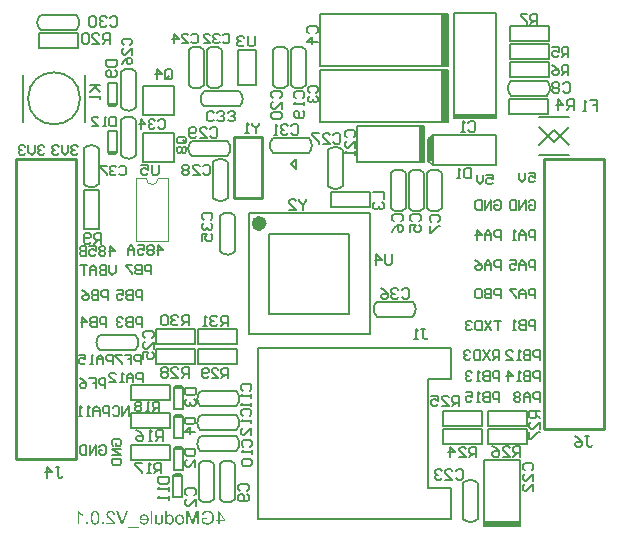
<source format=gbo>
%FSLAX25Y25*%
%MOIN*%
G70*
G01*
G75*
G04 Layer_Color=32896*
%ADD10R,0.02000X0.02500*%
%ADD11R,0.02500X0.02000*%
%ADD12R,0.02200X0.03300*%
%ADD13R,0.03500X0.03000*%
%ADD14R,0.03000X0.03500*%
%ADD15R,0.02362X0.02756*%
%ADD16R,0.01575X0.03937*%
%ADD17R,0.07874X0.03937*%
%ADD18R,0.11811X0.04213*%
%ADD19R,0.08661X0.04134*%
%ADD20R,0.04331X0.03937*%
%ADD21R,0.03937X0.04331*%
%ADD22R,0.04134X0.08661*%
%ADD23R,0.37008X0.27559*%
%ADD24O,0.02362X0.07087*%
%ADD25O,0.07087X0.02362*%
%ADD26R,0.01969X0.02362*%
%ADD27C,0.01200*%
%ADD28C,0.01000*%
%ADD29C,0.02000*%
%ADD30C,0.00600*%
%ADD31C,0.01500*%
%ADD32C,0.01300*%
%ADD33C,0.04000*%
%ADD34C,0.06000*%
%ADD35R,0.06000X0.06000*%
%ADD36R,0.06000X0.06000*%
%ADD37C,0.02500*%
%ADD38C,0.03000*%
%ADD39O,0.07600X0.02400*%
%ADD40R,0.07600X0.02400*%
%ADD41R,0.04724X0.01181*%
%ADD42R,0.01181X0.04724*%
%ADD43R,0.03937X0.02362*%
%ADD44R,0.03937X0.03937*%
%ADD45R,0.09449X0.10236*%
%ADD46R,0.07087X0.12992*%
%ADD47R,0.03937X0.03937*%
%ADD48R,0.03937X0.03937*%
%ADD49R,0.04921X0.07874*%
%ADD50R,0.09449X0.07087*%
%ADD51R,0.09843X0.04724*%
%ADD52R,0.04724X0.09843*%
%ADD53R,0.07087X0.05512*%
%ADD54R,0.02362X0.01969*%
%ADD55R,0.03300X0.02200*%
%ADD56R,0.05118X0.03150*%
%ADD57R,0.06693X0.05906*%
%ADD58C,0.01100*%
%ADD59C,0.07000*%
%ADD60C,0.00787*%
%ADD61C,0.01600*%
%ADD62C,0.00500*%
%ADD63C,0.00800*%
%ADD64R,0.00700X0.02537*%
%ADD65C,0.00400*%
%ADD66C,0.02756*%
%ADD67C,0.00700*%
%ADD68R,0.01870X0.17323*%
%ADD69R,0.01181X0.08412*%
%ADD70R,0.11811X0.01300*%
%ADD71R,0.13988X0.01000*%
%ADD72R,0.01300X0.11811*%
G36*
X43242Y7519D02*
X43358Y7506D01*
X43467Y7485D01*
X43570Y7458D01*
X43672Y7417D01*
X43761Y7383D01*
X43843Y7342D01*
X43918Y7301D01*
X43986Y7253D01*
X44041Y7212D01*
X44096Y7178D01*
X44137Y7144D01*
X44171Y7110D01*
X44191Y7089D01*
X44205Y7075D01*
X44212Y7069D01*
X44287Y6980D01*
X44348Y6884D01*
X44403Y6782D01*
X44451Y6679D01*
X44492Y6570D01*
X44526Y6468D01*
X44574Y6263D01*
X44594Y6167D01*
X44608Y6078D01*
X44615Y5996D01*
X44622Y5928D01*
X44629Y5873D01*
Y5825D01*
Y5798D01*
Y5791D01*
X44622Y5648D01*
X44608Y5511D01*
X44587Y5382D01*
X44560Y5266D01*
X44533Y5156D01*
X44499Y5054D01*
X44458Y4965D01*
X44417Y4883D01*
X44383Y4808D01*
X44342Y4740D01*
X44308Y4685D01*
X44273Y4644D01*
X44253Y4610D01*
X44232Y4583D01*
X44219Y4569D01*
X44212Y4562D01*
X44130Y4487D01*
X44041Y4419D01*
X43952Y4357D01*
X43857Y4309D01*
X43768Y4268D01*
X43672Y4234D01*
X43495Y4180D01*
X43406Y4159D01*
X43331Y4145D01*
X43262Y4138D01*
X43201Y4132D01*
X43153Y4125D01*
X43085D01*
X42880Y4138D01*
X42702Y4166D01*
X42538Y4214D01*
X42409Y4262D01*
X42347Y4289D01*
X42300Y4309D01*
X42259Y4337D01*
X42224Y4357D01*
X42190Y4371D01*
X42170Y4384D01*
X42163Y4398D01*
X42156D01*
X42033Y4507D01*
X41924Y4637D01*
X41842Y4767D01*
X41774Y4890D01*
X41719Y5006D01*
X41698Y5054D01*
X41685Y5095D01*
X41671Y5129D01*
X41664Y5156D01*
X41657Y5170D01*
Y5177D01*
X42224Y5252D01*
X42279Y5129D01*
X42334Y5020D01*
X42388Y4931D01*
X42443Y4862D01*
X42491Y4801D01*
X42532Y4767D01*
X42559Y4740D01*
X42566Y4733D01*
X42648Y4678D01*
X42737Y4644D01*
X42825Y4617D01*
X42907Y4596D01*
X42976Y4583D01*
X43030Y4576D01*
X43085D01*
X43228Y4589D01*
X43358Y4617D01*
X43474Y4664D01*
X43577Y4719D01*
X43652Y4767D01*
X43713Y4815D01*
X43747Y4842D01*
X43761Y4856D01*
X43850Y4972D01*
X43925Y5108D01*
X43973Y5245D01*
X44014Y5375D01*
X44041Y5498D01*
X44048Y5545D01*
X44055Y5593D01*
Y5627D01*
X44062Y5662D01*
Y5675D01*
Y5682D01*
X41644D01*
X41637Y5744D01*
Y5791D01*
Y5819D01*
Y5825D01*
X41644Y5976D01*
X41657Y6112D01*
X41678Y6242D01*
X41698Y6358D01*
X41733Y6474D01*
X41767Y6577D01*
X41808Y6666D01*
X41842Y6754D01*
X41883Y6830D01*
X41924Y6891D01*
X41958Y6946D01*
X41985Y6994D01*
X42013Y7028D01*
X42033Y7055D01*
X42047Y7069D01*
X42054Y7075D01*
X42136Y7157D01*
X42217Y7226D01*
X42306Y7287D01*
X42395Y7335D01*
X42484Y7383D01*
X42573Y7417D01*
X42737Y7472D01*
X42818Y7492D01*
X42887Y7506D01*
X42955Y7513D01*
X43010Y7519D01*
X43058Y7526D01*
X43119D01*
X43242Y7519D01*
D02*
G37*
G36*
X55085D02*
X55194Y7513D01*
X55393Y7472D01*
X55570Y7410D01*
X55645Y7376D01*
X55714Y7349D01*
X55782Y7315D01*
X55836Y7280D01*
X55884Y7246D01*
X55925Y7219D01*
X55959Y7198D01*
X55980Y7178D01*
X55994Y7171D01*
X56000Y7164D01*
X56089Y7075D01*
X56164Y6980D01*
X56233Y6877D01*
X56287Y6768D01*
X56335Y6659D01*
X56376Y6549D01*
X56410Y6440D01*
X56437Y6331D01*
X56458Y6228D01*
X56472Y6133D01*
X56485Y6051D01*
X56492Y5976D01*
Y5914D01*
X56499Y5866D01*
Y5839D01*
Y5825D01*
X56492Y5675D01*
X56479Y5532D01*
X56458Y5402D01*
X56431Y5279D01*
X56403Y5170D01*
X56369Y5061D01*
X56328Y4972D01*
X56287Y4883D01*
X56253Y4808D01*
X56212Y4746D01*
X56178Y4692D01*
X56144Y4644D01*
X56123Y4610D01*
X56103Y4583D01*
X56089Y4569D01*
X56082Y4562D01*
X56000Y4487D01*
X55912Y4419D01*
X55823Y4357D01*
X55727Y4309D01*
X55638Y4268D01*
X55543Y4234D01*
X55372Y4180D01*
X55290Y4159D01*
X55215Y4145D01*
X55147Y4138D01*
X55092Y4132D01*
X55044Y4125D01*
X54976D01*
X54819Y4132D01*
X54675Y4159D01*
X54546Y4186D01*
X54430Y4227D01*
X54334Y4262D01*
X54259Y4296D01*
X54232Y4302D01*
X54211Y4316D01*
X54204Y4323D01*
X54197D01*
X54067Y4405D01*
X53958Y4494D01*
X53863Y4583D01*
X53787Y4671D01*
X53726Y4753D01*
X53678Y4815D01*
X53651Y4862D01*
X53644Y4869D01*
Y4876D01*
X53583Y5020D01*
X53535Y5184D01*
X53501Y5347D01*
X53473Y5505D01*
X53466Y5580D01*
X53460Y5648D01*
Y5709D01*
X53453Y5764D01*
Y5805D01*
Y5839D01*
Y5860D01*
Y5866D01*
X53460Y6010D01*
X53473Y6140D01*
X53494Y6269D01*
X53521Y6386D01*
X53555Y6495D01*
X53589Y6590D01*
X53630Y6686D01*
X53665Y6768D01*
X53706Y6836D01*
X53746Y6905D01*
X53781Y6959D01*
X53815Y7000D01*
X53842Y7034D01*
X53863Y7062D01*
X53876Y7075D01*
X53883Y7082D01*
X53965Y7157D01*
X54054Y7226D01*
X54143Y7287D01*
X54232Y7342D01*
X54327Y7383D01*
X54416Y7417D01*
X54587Y7472D01*
X54669Y7492D01*
X54744Y7506D01*
X54805Y7513D01*
X54867Y7519D01*
X54914Y7526D01*
X54976D01*
X55085Y7519D01*
D02*
G37*
G36*
X50748Y7075D02*
X50803Y7144D01*
X50864Y7212D01*
X50933Y7267D01*
X50987Y7308D01*
X51042Y7349D01*
X51083Y7376D01*
X51110Y7390D01*
X51124Y7396D01*
X51213Y7437D01*
X51301Y7472D01*
X51390Y7492D01*
X51465Y7513D01*
X51540Y7519D01*
X51595Y7526D01*
X51643D01*
X51786Y7519D01*
X51923Y7492D01*
X52046Y7458D01*
X52155Y7424D01*
X52244Y7383D01*
X52312Y7349D01*
X52353Y7321D01*
X52360Y7315D01*
X52367D01*
X52483Y7226D01*
X52579Y7130D01*
X52661Y7028D01*
X52729Y6925D01*
X52784Y6836D01*
X52818Y6768D01*
X52831Y6741D01*
X52845Y6720D01*
X52852Y6707D01*
Y6700D01*
X52906Y6549D01*
X52941Y6392D01*
X52968Y6249D01*
X52988Y6112D01*
X53002Y5996D01*
Y5942D01*
X53009Y5901D01*
Y5866D01*
Y5839D01*
Y5825D01*
Y5819D01*
X53002Y5634D01*
X52982Y5470D01*
X52954Y5320D01*
X52920Y5190D01*
X52886Y5081D01*
X52872Y5033D01*
X52859Y4999D01*
X52845Y4972D01*
X52838Y4951D01*
X52831Y4938D01*
Y4931D01*
X52756Y4794D01*
X52681Y4678D01*
X52592Y4576D01*
X52517Y4494D01*
X52442Y4425D01*
X52387Y4378D01*
X52346Y4343D01*
X52340Y4337D01*
X52333D01*
X52210Y4268D01*
X52080Y4214D01*
X51964Y4180D01*
X51848Y4152D01*
X51759Y4138D01*
X51684Y4132D01*
X51657Y4125D01*
X51616D01*
X51506Y4132D01*
X51404Y4145D01*
X51308Y4166D01*
X51219Y4200D01*
X51144Y4234D01*
X51069Y4275D01*
X51001Y4323D01*
X50939Y4364D01*
X50885Y4412D01*
X50837Y4453D01*
X50796Y4494D01*
X50769Y4528D01*
X50741Y4562D01*
X50721Y4583D01*
X50714Y4596D01*
X50707Y4603D01*
Y4200D01*
X50195D01*
Y8687D01*
X50748D01*
Y7075D01*
D02*
G37*
G36*
X24439Y4200D02*
X23811D01*
Y4828D01*
X24439D01*
Y4200D01*
D02*
G37*
G36*
X29664D02*
X29036D01*
Y4828D01*
X29664D01*
Y4200D01*
D02*
G37*
G36*
X45851D02*
X45298D01*
Y8687D01*
X45851D01*
Y4200D01*
D02*
G37*
G36*
X70200Y5778D02*
Y5272D01*
X68253D01*
Y4200D01*
X67700D01*
Y5272D01*
X67092D01*
Y5778D01*
X67700D01*
Y8681D01*
X68151D01*
X70200Y5778D01*
D02*
G37*
G36*
X49334Y5429D02*
Y5306D01*
X49327Y5204D01*
Y5115D01*
X49321Y5040D01*
X49314Y4986D01*
Y4951D01*
X49307Y4924D01*
Y4917D01*
X49286Y4828D01*
X49259Y4753D01*
X49232Y4685D01*
X49198Y4623D01*
X49177Y4576D01*
X49157Y4535D01*
X49143Y4514D01*
X49136Y4507D01*
X49082Y4446D01*
X49027Y4398D01*
X48965Y4350D01*
X48904Y4309D01*
X48849Y4275D01*
X48808Y4255D01*
X48781Y4241D01*
X48768Y4234D01*
X48672Y4200D01*
X48576Y4173D01*
X48487Y4152D01*
X48406Y4138D01*
X48330Y4132D01*
X48276Y4125D01*
X48228D01*
X48112Y4132D01*
X47996Y4145D01*
X47893Y4173D01*
X47791Y4214D01*
X47702Y4255D01*
X47613Y4296D01*
X47538Y4350D01*
X47470Y4398D01*
X47408Y4446D01*
X47354Y4501D01*
X47306Y4541D01*
X47265Y4589D01*
X47238Y4623D01*
X47217Y4651D01*
X47203Y4664D01*
X47197Y4671D01*
Y4200D01*
X46705D01*
Y7451D01*
X47258D01*
Y5703D01*
X47265Y5559D01*
X47272Y5429D01*
X47285Y5320D01*
X47306Y5231D01*
X47326Y5156D01*
X47340Y5108D01*
X47347Y5081D01*
X47354Y5067D01*
X47395Y4992D01*
X47436Y4924D01*
X47490Y4862D01*
X47538Y4815D01*
X47586Y4774D01*
X47627Y4746D01*
X47654Y4726D01*
X47661Y4719D01*
X47743Y4678D01*
X47825Y4651D01*
X47900Y4623D01*
X47968Y4610D01*
X48030Y4603D01*
X48078Y4596D01*
X48119D01*
X48207Y4603D01*
X48289Y4617D01*
X48358Y4637D01*
X48419Y4658D01*
X48467Y4678D01*
X48501Y4699D01*
X48528Y4712D01*
X48535Y4719D01*
X48590Y4767D01*
X48638Y4822D01*
X48679Y4883D01*
X48706Y4938D01*
X48726Y4986D01*
X48740Y5026D01*
X48754Y5054D01*
Y5061D01*
X48761Y5129D01*
X48768Y5218D01*
X48774Y5313D01*
Y5409D01*
X48781Y5498D01*
Y5573D01*
Y5600D01*
Y5621D01*
Y5634D01*
Y5641D01*
Y7451D01*
X49334D01*
Y5429D01*
D02*
G37*
G36*
X41473Y2957D02*
X37826D01*
Y3353D01*
X41473D01*
Y2957D01*
D02*
G37*
G36*
X21352Y8598D02*
X21427Y8489D01*
X21509Y8387D01*
X21591Y8291D01*
X21666Y8216D01*
X21727Y8155D01*
X21768Y8114D01*
X21775Y8107D01*
X21782Y8100D01*
X21912Y7991D01*
X22049Y7888D01*
X22185Y7799D01*
X22308Y7724D01*
X22417Y7663D01*
X22465Y7642D01*
X22506Y7622D01*
X22533Y7601D01*
X22561Y7588D01*
X22574Y7581D01*
X22581D01*
Y7041D01*
X22486Y7082D01*
X22383Y7130D01*
X22287Y7171D01*
X22199Y7219D01*
X22124Y7260D01*
X22062Y7294D01*
X22021Y7321D01*
X22014Y7328D01*
X22007D01*
X21891Y7396D01*
X21789Y7472D01*
X21700Y7533D01*
X21625Y7594D01*
X21564Y7642D01*
X21516Y7677D01*
X21488Y7704D01*
X21482Y7711D01*
Y4200D01*
X20928D01*
Y8708D01*
X21290D01*
X21352Y8598D01*
D02*
G37*
G36*
X32089Y8701D02*
X32198Y8694D01*
X32403Y8653D01*
X32492Y8633D01*
X32580Y8605D01*
X32656Y8571D01*
X32724Y8544D01*
X32785Y8510D01*
X32840Y8482D01*
X32888Y8448D01*
X32929Y8428D01*
X32956Y8407D01*
X32976Y8387D01*
X32990Y8380D01*
X32997Y8373D01*
X33065Y8305D01*
X33120Y8236D01*
X33222Y8079D01*
X33298Y7922D01*
X33352Y7765D01*
X33393Y7629D01*
X33400Y7567D01*
X33414Y7513D01*
X33420Y7472D01*
X33427Y7437D01*
Y7417D01*
Y7410D01*
X32860Y7349D01*
X32847Y7499D01*
X32819Y7629D01*
X32785Y7738D01*
X32737Y7834D01*
X32697Y7909D01*
X32656Y7963D01*
X32628Y7991D01*
X32621Y8004D01*
X32526Y8086D01*
X32423Y8148D01*
X32314Y8189D01*
X32212Y8223D01*
X32123Y8236D01*
X32054Y8243D01*
X32027Y8250D01*
X31986D01*
X31850Y8243D01*
X31727Y8216D01*
X31624Y8182D01*
X31535Y8141D01*
X31467Y8093D01*
X31412Y8059D01*
X31385Y8032D01*
X31371Y8025D01*
X31289Y7936D01*
X31235Y7840D01*
X31194Y7752D01*
X31160Y7663D01*
X31146Y7588D01*
X31139Y7526D01*
X31132Y7485D01*
Y7478D01*
Y7472D01*
X31146Y7356D01*
X31173Y7232D01*
X31214Y7123D01*
X31262Y7021D01*
X31310Y6932D01*
X31351Y6864D01*
X31365Y6836D01*
X31378Y6816D01*
X31392Y6809D01*
Y6802D01*
X31447Y6734D01*
X31508Y6659D01*
X31576Y6584D01*
X31658Y6509D01*
X31822Y6351D01*
X31986Y6194D01*
X32136Y6065D01*
X32205Y6003D01*
X32266Y5955D01*
X32314Y5908D01*
X32348Y5880D01*
X32375Y5860D01*
X32382Y5853D01*
X32546Y5709D01*
X32697Y5580D01*
X32819Y5464D01*
X32922Y5368D01*
X33004Y5286D01*
X33059Y5224D01*
X33093Y5184D01*
X33106Y5177D01*
Y5170D01*
X33195Y5061D01*
X33263Y4958D01*
X33332Y4856D01*
X33380Y4767D01*
X33420Y4685D01*
X33448Y4630D01*
X33461Y4589D01*
X33468Y4583D01*
Y4576D01*
X33489Y4507D01*
X33509Y4439D01*
X33516Y4378D01*
X33523Y4323D01*
X33530Y4275D01*
Y4234D01*
Y4207D01*
Y4200D01*
X30559D01*
Y4726D01*
X32765D01*
X32690Y4835D01*
X32614Y4924D01*
X32580Y4965D01*
X32553Y4992D01*
X32539Y5013D01*
X32533Y5020D01*
X32498Y5054D01*
X32464Y5088D01*
X32375Y5170D01*
X32266Y5266D01*
X32164Y5361D01*
X32061Y5450D01*
X31979Y5518D01*
X31945Y5545D01*
X31918Y5566D01*
X31904Y5580D01*
X31897Y5587D01*
X31788Y5682D01*
X31692Y5764D01*
X31597Y5846D01*
X31515Y5921D01*
X31440Y5996D01*
X31371Y6058D01*
X31303Y6119D01*
X31249Y6174D01*
X31201Y6222D01*
X31160Y6263D01*
X31098Y6324D01*
X31064Y6365D01*
X31050Y6379D01*
X30962Y6488D01*
X30880Y6584D01*
X30818Y6679D01*
X30770Y6761D01*
X30729Y6830D01*
X30702Y6877D01*
X30689Y6911D01*
X30682Y6925D01*
X30641Y7021D01*
X30613Y7116D01*
X30593Y7205D01*
X30579Y7287D01*
X30572Y7356D01*
X30566Y7410D01*
Y7444D01*
Y7458D01*
X30572Y7553D01*
X30579Y7649D01*
X30627Y7820D01*
X30689Y7970D01*
X30757Y8100D01*
X30825Y8202D01*
X30859Y8243D01*
X30887Y8284D01*
X30914Y8312D01*
X30934Y8332D01*
X30941Y8339D01*
X30948Y8346D01*
X31023Y8407D01*
X31098Y8469D01*
X31180Y8517D01*
X31269Y8557D01*
X31440Y8619D01*
X31604Y8660D01*
X31679Y8681D01*
X31747Y8687D01*
X31809Y8694D01*
X31863Y8701D01*
X31911Y8708D01*
X31973D01*
X32089Y8701D01*
D02*
G37*
G36*
X26946Y8694D02*
X27103Y8667D01*
X27246Y8626D01*
X27362Y8578D01*
X27458Y8523D01*
X27526Y8482D01*
X27553Y8469D01*
X27574Y8455D01*
X27581Y8441D01*
X27588D01*
X27704Y8332D01*
X27799Y8216D01*
X27881Y8093D01*
X27950Y7970D01*
X28004Y7861D01*
X28025Y7813D01*
X28038Y7772D01*
X28052Y7738D01*
X28066Y7711D01*
X28073Y7697D01*
Y7690D01*
X28100Y7594D01*
X28127Y7499D01*
X28161Y7287D01*
X28189Y7075D01*
X28209Y6870D01*
X28216Y6775D01*
X28223Y6686D01*
Y6611D01*
X28230Y6543D01*
Y6488D01*
Y6447D01*
Y6420D01*
Y6413D01*
X28223Y6188D01*
X28209Y5969D01*
X28189Y5778D01*
X28161Y5593D01*
X28127Y5429D01*
X28093Y5279D01*
X28052Y5142D01*
X28011Y5026D01*
X27970Y4917D01*
X27929Y4828D01*
X27895Y4753D01*
X27861Y4692D01*
X27834Y4644D01*
X27813Y4610D01*
X27799Y4589D01*
X27793Y4583D01*
X27717Y4501D01*
X27642Y4432D01*
X27560Y4371D01*
X27472Y4316D01*
X27390Y4275D01*
X27301Y4234D01*
X27137Y4180D01*
X27062Y4166D01*
X26993Y4152D01*
X26932Y4138D01*
X26877Y4132D01*
X26829Y4125D01*
X26768D01*
X26590Y4138D01*
X26433Y4166D01*
X26297Y4207D01*
X26174Y4255D01*
X26085Y4302D01*
X26010Y4343D01*
X25989Y4364D01*
X25969Y4371D01*
X25962Y4384D01*
X25955D01*
X25839Y4494D01*
X25743Y4617D01*
X25662Y4740D01*
X25593Y4862D01*
X25539Y4972D01*
X25518Y5013D01*
X25498Y5054D01*
X25484Y5088D01*
X25477Y5115D01*
X25470Y5129D01*
Y5136D01*
X25443Y5231D01*
X25416Y5327D01*
X25375Y5539D01*
X25347Y5750D01*
X25327Y5955D01*
X25320Y6051D01*
X25313Y6140D01*
Y6215D01*
X25306Y6283D01*
Y6338D01*
Y6379D01*
Y6406D01*
Y6413D01*
X25313Y6652D01*
Y6754D01*
X25320Y6857D01*
X25327Y6953D01*
X25341Y7041D01*
X25347Y7116D01*
X25354Y7192D01*
X25368Y7253D01*
X25375Y7315D01*
X25381Y7362D01*
X25395Y7396D01*
X25402Y7431D01*
Y7451D01*
X25409Y7465D01*
Y7472D01*
X25450Y7615D01*
X25498Y7745D01*
X25545Y7861D01*
X25586Y7957D01*
X25627Y8032D01*
X25662Y8093D01*
X25682Y8127D01*
X25689Y8141D01*
X25757Y8236D01*
X25832Y8319D01*
X25907Y8394D01*
X25976Y8455D01*
X26044Y8496D01*
X26092Y8530D01*
X26126Y8551D01*
X26140Y8557D01*
X26242Y8605D01*
X26351Y8646D01*
X26461Y8674D01*
X26556Y8687D01*
X26638Y8701D01*
X26707Y8708D01*
X26768D01*
X26946Y8694D01*
D02*
G37*
G36*
X64463Y8749D02*
X64681Y8721D01*
X64886Y8674D01*
X64975Y8646D01*
X65057Y8626D01*
X65132Y8598D01*
X65200Y8571D01*
X65262Y8551D01*
X65310Y8523D01*
X65344Y8510D01*
X65378Y8496D01*
X65392Y8482D01*
X65399D01*
X65494Y8428D01*
X65576Y8366D01*
X65740Y8236D01*
X65870Y8100D01*
X65986Y7963D01*
X66068Y7834D01*
X66102Y7786D01*
X66136Y7738D01*
X66157Y7697D01*
X66170Y7670D01*
X66184Y7649D01*
Y7642D01*
X66273Y7431D01*
X66341Y7212D01*
X66389Y7007D01*
X66423Y6816D01*
X66437Y6734D01*
X66444Y6659D01*
X66450Y6590D01*
Y6529D01*
X66457Y6481D01*
Y6447D01*
Y6427D01*
Y6420D01*
X66444Y6181D01*
X66416Y5955D01*
X66368Y5750D01*
X66348Y5655D01*
X66321Y5573D01*
X66293Y5491D01*
X66273Y5423D01*
X66245Y5361D01*
X66225Y5313D01*
X66211Y5272D01*
X66198Y5245D01*
X66184Y5224D01*
Y5218D01*
X66068Y5033D01*
X65938Y4869D01*
X65808Y4726D01*
X65672Y4610D01*
X65556Y4521D01*
X65508Y4487D01*
X65460Y4459D01*
X65426Y4432D01*
X65392Y4419D01*
X65378Y4412D01*
X65371Y4405D01*
X65166Y4309D01*
X64955Y4241D01*
X64757Y4193D01*
X64565Y4159D01*
X64483Y4145D01*
X64408Y4138D01*
X64340Y4132D01*
X64278D01*
X64231Y4125D01*
X64169D01*
X63991Y4132D01*
X63814Y4152D01*
X63657Y4180D01*
X63513Y4214D01*
X63452Y4227D01*
X63390Y4241D01*
X63343Y4255D01*
X63302Y4268D01*
X63268Y4282D01*
X63240Y4289D01*
X63227Y4296D01*
X63220D01*
X63049Y4371D01*
X62878Y4453D01*
X62728Y4541D01*
X62591Y4623D01*
X62475Y4705D01*
X62428Y4733D01*
X62387Y4767D01*
X62352Y4787D01*
X62332Y4808D01*
X62318Y4815D01*
X62311Y4822D01*
Y6488D01*
X64210D01*
Y5962D01*
X62892D01*
Y5115D01*
X62974Y5054D01*
X63063Y4992D01*
X63151Y4938D01*
X63240Y4890D01*
X63322Y4849D01*
X63390Y4822D01*
X63418Y4808D01*
X63438Y4801D01*
X63445Y4794D01*
X63452D01*
X63589Y4746D01*
X63725Y4712D01*
X63855Y4685D01*
X63964Y4671D01*
X64060Y4658D01*
X64135Y4651D01*
X64203D01*
X64367Y4658D01*
X64524Y4678D01*
X64661Y4712D01*
X64791Y4746D01*
X64893Y4781D01*
X64941Y4801D01*
X64975Y4815D01*
X65002Y4822D01*
X65023Y4835D01*
X65036Y4842D01*
X65043D01*
X65180Y4924D01*
X65303Y5020D01*
X65405Y5122D01*
X65487Y5218D01*
X65549Y5306D01*
X65597Y5375D01*
X65617Y5402D01*
X65631Y5423D01*
X65638Y5436D01*
Y5443D01*
X65706Y5607D01*
X65754Y5771D01*
X65795Y5942D01*
X65815Y6106D01*
X65822Y6174D01*
X65829Y6242D01*
X65836Y6304D01*
Y6351D01*
X65842Y6399D01*
Y6427D01*
Y6447D01*
Y6454D01*
X65836Y6632D01*
X65815Y6802D01*
X65788Y6953D01*
X65754Y7089D01*
X65726Y7198D01*
X65713Y7246D01*
X65699Y7280D01*
X65685Y7315D01*
X65679Y7335D01*
X65672Y7349D01*
Y7356D01*
X65631Y7444D01*
X65590Y7526D01*
X65542Y7601D01*
X65494Y7670D01*
X65453Y7724D01*
X65419Y7765D01*
X65399Y7793D01*
X65392Y7799D01*
X65316Y7875D01*
X65241Y7936D01*
X65159Y7991D01*
X65084Y8038D01*
X65016Y8079D01*
X64961Y8107D01*
X64927Y8120D01*
X64914Y8127D01*
X64798Y8168D01*
X64681Y8202D01*
X64558Y8223D01*
X64449Y8243D01*
X64354Y8250D01*
X64278Y8257D01*
X64210D01*
X64087Y8250D01*
X63971Y8236D01*
X63869Y8216D01*
X63780Y8196D01*
X63705Y8175D01*
X63643Y8155D01*
X63609Y8141D01*
X63595Y8134D01*
X63493Y8086D01*
X63411Y8038D01*
X63336Y7984D01*
X63274Y7936D01*
X63227Y7888D01*
X63192Y7854D01*
X63172Y7827D01*
X63165Y7820D01*
X63111Y7738D01*
X63063Y7649D01*
X63022Y7560D01*
X62988Y7478D01*
X62960Y7396D01*
X62933Y7335D01*
X62926Y7294D01*
X62919Y7287D01*
Y7280D01*
X62380Y7431D01*
X62428Y7594D01*
X62482Y7738D01*
X62537Y7861D01*
X62591Y7963D01*
X62646Y8052D01*
X62687Y8114D01*
X62714Y8148D01*
X62721Y8161D01*
X62810Y8264D01*
X62912Y8346D01*
X63015Y8421D01*
X63117Y8482D01*
X63206Y8537D01*
X63274Y8571D01*
X63302Y8585D01*
X63322Y8592D01*
X63336Y8598D01*
X63343D01*
X63493Y8653D01*
X63643Y8694D01*
X63793Y8721D01*
X63923Y8742D01*
X64039Y8756D01*
X64094D01*
X64135Y8762D01*
X64217D01*
X64463Y8749D01*
D02*
G37*
G36*
X36132Y4200D02*
X35524D01*
X33769Y8687D01*
X34370D01*
X35586Y5429D01*
X35633Y5293D01*
X35681Y5156D01*
X35722Y5033D01*
X35756Y4924D01*
X35784Y4828D01*
X35804Y4753D01*
X35811Y4726D01*
X35818Y4705D01*
X35825Y4699D01*
Y4692D01*
X35900Y4951D01*
X35941Y5074D01*
X35982Y5190D01*
X36016Y5286D01*
X36036Y5361D01*
X36050Y5388D01*
X36057Y5409D01*
X36064Y5423D01*
Y5429D01*
X37225Y8687D01*
X37874D01*
X36132Y4200D01*
D02*
G37*
G36*
X61458D02*
X60884D01*
Y8018D01*
X59593Y4200D01*
X59060D01*
X57749Y7957D01*
Y4200D01*
X57175D01*
Y8687D01*
X57981D01*
X59053Y5566D01*
X59108Y5395D01*
X59163Y5252D01*
X59204Y5129D01*
X59231Y5026D01*
X59258Y4951D01*
X59279Y4897D01*
X59286Y4862D01*
X59293Y4849D01*
X59320Y4938D01*
X59354Y5047D01*
X59388Y5156D01*
X59422Y5266D01*
X59456Y5361D01*
X59484Y5436D01*
X59491Y5470D01*
X59497Y5491D01*
X59504Y5505D01*
Y5511D01*
X60570Y8687D01*
X61458D01*
Y4200D01*
D02*
G37*
%LPC*%
G36*
X68253Y7786D02*
Y5778D01*
X69660D01*
X68253Y7786D01*
D02*
G37*
G36*
X43146Y7075D02*
X43112D01*
X43037Y7069D01*
X42962Y7062D01*
X42832Y7028D01*
X42716Y6973D01*
X42614Y6911D01*
X42538Y6850D01*
X42477Y6802D01*
X42443Y6761D01*
X42429Y6754D01*
Y6748D01*
X42368Y6666D01*
X42327Y6563D01*
X42286Y6461D01*
X42259Y6365D01*
X42238Y6276D01*
X42224Y6201D01*
Y6174D01*
X42217Y6153D01*
Y6140D01*
Y6133D01*
X44034D01*
X44014Y6283D01*
X43980Y6420D01*
X43932Y6536D01*
X43884Y6632D01*
X43836Y6713D01*
X43795Y6768D01*
X43768Y6802D01*
X43754Y6816D01*
X43652Y6905D01*
X43543Y6966D01*
X43440Y7014D01*
X43338Y7041D01*
X43249Y7062D01*
X43174Y7069D01*
X43146Y7075D01*
D02*
G37*
G36*
X55017Y7069D02*
X54901D01*
X54833Y7055D01*
X54703Y7021D01*
X54587Y6966D01*
X54484Y6911D01*
X54409Y6857D01*
X54348Y6802D01*
X54313Y6768D01*
X54300Y6761D01*
Y6754D01*
X54204Y6625D01*
X54136Y6481D01*
X54088Y6324D01*
X54054Y6181D01*
X54033Y6044D01*
X54027Y5990D01*
Y5942D01*
X54020Y5894D01*
Y5866D01*
Y5846D01*
Y5839D01*
Y5723D01*
X54033Y5614D01*
X54047Y5511D01*
X54061Y5423D01*
X54081Y5334D01*
X54109Y5252D01*
X54129Y5184D01*
X54156Y5122D01*
X54184Y5067D01*
X54204Y5020D01*
X54232Y4979D01*
X54252Y4944D01*
X54266Y4917D01*
X54279Y4897D01*
X54293Y4890D01*
Y4883D01*
X54348Y4828D01*
X54402Y4781D01*
X54511Y4705D01*
X54628Y4651D01*
X54737Y4617D01*
X54833Y4589D01*
X54908Y4583D01*
X54935Y4576D01*
X54976D01*
X55051Y4583D01*
X55126Y4589D01*
X55256Y4623D01*
X55379Y4671D01*
X55475Y4733D01*
X55556Y4787D01*
X55618Y4835D01*
X55652Y4869D01*
X55666Y4883D01*
X55714Y4944D01*
X55755Y5013D01*
X55823Y5163D01*
X55864Y5320D01*
X55898Y5470D01*
X55919Y5607D01*
X55925Y5668D01*
Y5716D01*
X55932Y5757D01*
Y5791D01*
Y5812D01*
Y5819D01*
Y5935D01*
X55919Y6037D01*
X55905Y6140D01*
X55891Y6228D01*
X55871Y6317D01*
X55850Y6392D01*
X55823Y6461D01*
X55796Y6522D01*
X55775Y6577D01*
X55748Y6625D01*
X55727Y6666D01*
X55707Y6700D01*
X55693Y6720D01*
X55679Y6741D01*
X55666Y6754D01*
X55611Y6809D01*
X55556Y6857D01*
X55440Y6939D01*
X55324Y6994D01*
X55215Y7028D01*
X55119Y7055D01*
X55044Y7062D01*
X55017Y7069D01*
D02*
G37*
G36*
X26809Y8250D02*
X26775D01*
X26707Y8243D01*
X26638Y8236D01*
X26515Y8196D01*
X26406Y8134D01*
X26310Y8066D01*
X26235Y7998D01*
X26181Y7936D01*
X26147Y7895D01*
X26133Y7888D01*
Y7881D01*
X26085Y7806D01*
X26044Y7717D01*
X26010Y7615D01*
X25983Y7499D01*
X25935Y7260D01*
X25907Y7014D01*
X25894Y6891D01*
X25887Y6782D01*
X25880Y6679D01*
Y6590D01*
X25873Y6515D01*
Y6461D01*
Y6427D01*
Y6413D01*
Y6215D01*
X25887Y6030D01*
X25894Y5866D01*
X25914Y5716D01*
X25935Y5580D01*
X25955Y5457D01*
X25976Y5354D01*
X26003Y5259D01*
X26030Y5184D01*
X26051Y5115D01*
X26071Y5054D01*
X26092Y5013D01*
X26105Y4979D01*
X26119Y4958D01*
X26133Y4944D01*
Y4938D01*
X26181Y4876D01*
X26235Y4822D01*
X26290Y4767D01*
X26345Y4726D01*
X26447Y4664D01*
X26550Y4623D01*
X26638Y4596D01*
X26707Y4583D01*
X26734Y4576D01*
X26768D01*
X26836Y4583D01*
X26905Y4589D01*
X27028Y4630D01*
X27137Y4692D01*
X27233Y4760D01*
X27308Y4822D01*
X27362Y4883D01*
X27396Y4924D01*
X27410Y4931D01*
Y4938D01*
X27451Y5013D01*
X27492Y5108D01*
X27526Y5211D01*
X27553Y5320D01*
X27601Y5566D01*
X27629Y5812D01*
X27642Y5928D01*
X27649Y6044D01*
X27656Y6146D01*
Y6235D01*
X27663Y6311D01*
Y6365D01*
Y6399D01*
Y6413D01*
Y6611D01*
X27649Y6795D01*
X27635Y6959D01*
X27622Y7110D01*
X27595Y7253D01*
X27574Y7376D01*
X27547Y7485D01*
X27519Y7581D01*
X27499Y7663D01*
X27472Y7738D01*
X27444Y7793D01*
X27424Y7840D01*
X27410Y7875D01*
X27396Y7902D01*
X27383Y7915D01*
Y7922D01*
X27342Y7977D01*
X27294Y8032D01*
X27191Y8114D01*
X27089Y8168D01*
X26993Y8209D01*
X26905Y8236D01*
X26836Y8243D01*
X26809Y8250D01*
D02*
G37*
G36*
X51622Y7069D02*
X51520D01*
X51452Y7055D01*
X51329Y7021D01*
X51219Y6966D01*
X51131Y6911D01*
X51056Y6857D01*
X51001Y6802D01*
X50967Y6768D01*
X50953Y6761D01*
Y6754D01*
X50905Y6693D01*
X50864Y6625D01*
X50803Y6468D01*
X50755Y6304D01*
X50728Y6146D01*
X50707Y5996D01*
X50700Y5935D01*
Y5880D01*
X50694Y5832D01*
Y5798D01*
Y5778D01*
Y5771D01*
Y5662D01*
X50707Y5559D01*
X50714Y5464D01*
X50735Y5375D01*
X50755Y5293D01*
X50775Y5218D01*
X50796Y5149D01*
X50817Y5095D01*
X50844Y5040D01*
X50864Y4992D01*
X50885Y4958D01*
X50905Y4924D01*
X50926Y4904D01*
X50933Y4883D01*
X50946Y4876D01*
Y4869D01*
X50994Y4815D01*
X51042Y4774D01*
X51151Y4699D01*
X51254Y4651D01*
X51349Y4610D01*
X51431Y4589D01*
X51499Y4583D01*
X51527Y4576D01*
X51561D01*
X51629Y4583D01*
X51691Y4589D01*
X51814Y4623D01*
X51916Y4671D01*
X52005Y4733D01*
X52080Y4787D01*
X52135Y4835D01*
X52169Y4869D01*
X52183Y4883D01*
X52230Y4944D01*
X52271Y5013D01*
X52333Y5156D01*
X52381Y5313D01*
X52408Y5464D01*
X52428Y5607D01*
X52435Y5662D01*
Y5716D01*
X52442Y5757D01*
Y5791D01*
Y5812D01*
Y5819D01*
Y5935D01*
X52428Y6044D01*
X52421Y6146D01*
X52401Y6242D01*
X52387Y6324D01*
X52367Y6406D01*
X52340Y6474D01*
X52319Y6536D01*
X52299Y6590D01*
X52271Y6638D01*
X52251Y6679D01*
X52237Y6713D01*
X52217Y6734D01*
X52210Y6754D01*
X52196Y6768D01*
X52148Y6823D01*
X52100Y6870D01*
X51998Y6939D01*
X51896Y6994D01*
X51800Y7034D01*
X51718Y7055D01*
X51650Y7062D01*
X51622Y7069D01*
D02*
G37*
%LPD*%
D28*
X20500Y26000D02*
Y126000D01*
X500Y26000D02*
X20224D01*
X500D02*
Y126000D01*
X20224D01*
X196350Y36000D02*
Y126000D01*
X176350Y36000D02*
X196075D01*
X176350D02*
Y126000D01*
X196075D01*
X73118Y112965D02*
X82567D01*
X73118Y133437D02*
X82567D01*
Y112965D02*
Y133437D01*
X73118Y112965D02*
Y133437D01*
D30*
X77984Y67583D02*
Y107953D01*
X118354D01*
Y67583D02*
Y107953D01*
X77984Y67583D02*
X118354D01*
X84890Y74488D02*
X111449D01*
X111449Y74488D02*
Y101047D01*
X84890D02*
X111449D01*
X84890Y74488D02*
Y101047D01*
X74547Y150594D02*
X80453D01*
Y162406D01*
X74547D02*
X80453D01*
X74547Y150594D02*
Y162406D01*
X156437Y3700D02*
Y25800D01*
X168248D01*
Y3700D02*
Y25800D01*
X156437Y5100D02*
X168248D01*
X156437Y3700D02*
X168248D01*
X136343Y125094D02*
Y136906D01*
X134942Y125094D02*
Y136906D01*
X114242D02*
X136343D01*
X114242Y125094D02*
Y136906D01*
Y125094D02*
X136343D01*
X52943Y29300D02*
X53543Y29900D01*
X55343D01*
X55942Y29300D01*
X52943Y22200D02*
X55942D01*
Y29257D01*
X52943Y22200D02*
Y29257D01*
X53043Y29400D02*
X55843D01*
X53043Y49700D02*
X55843D01*
X52943Y42500D02*
Y49557D01*
X55942Y42500D02*
Y49557D01*
X52943Y42500D02*
X55942D01*
X55343Y50200D02*
X55942Y49600D01*
X53543Y50200D02*
X55343D01*
X52943Y49600D02*
X53543Y50200D01*
X52943Y40048D02*
X53543Y40648D01*
X55343D01*
X55942Y40048D01*
X52943Y32948D02*
X55942D01*
Y40005D01*
X52943Y32948D02*
Y40005D01*
X53043Y40148D02*
X55843D01*
X52943Y20400D02*
X55743D01*
X52842Y13200D02*
Y20257D01*
X55843Y13200D02*
Y20257D01*
X52842Y13200D02*
X55843D01*
X55243Y20900D02*
X55843Y20300D01*
X53443Y20900D02*
X55243D01*
X52842Y20300D02*
X53443Y20900D01*
X42737Y140795D02*
Y150394D01*
X53237Y140894D02*
Y150294D01*
X42737Y140795D02*
X53237D01*
X42737Y150394D02*
X53237D01*
X33337Y127694D02*
X33937Y128295D01*
X31537Y127694D02*
X33337D01*
X30937Y128295D02*
X31537Y127694D01*
X30937Y135395D02*
X33937D01*
X30937Y128338D02*
Y135395D01*
X33937Y128338D02*
Y135395D01*
X31037Y128194D02*
X33837D01*
X42737Y125000D02*
Y134600D01*
X53237Y125100D02*
Y134500D01*
X42737Y125000D02*
X53237D01*
X42737Y134600D02*
X53237D01*
X31037Y144194D02*
X33837D01*
X33937Y144338D02*
Y151394D01*
X30937Y144338D02*
Y151394D01*
X33937D01*
X30937Y144295D02*
X31537Y143694D01*
X33337D01*
X33937Y144295D01*
X98027Y167867D02*
X97444Y168451D01*
Y169617D01*
X98027Y170200D01*
X100359D01*
X100943Y169617D01*
Y168451D01*
X100359Y167867D01*
X100943Y164952D02*
X97444D01*
X99193Y166701D01*
Y164369D01*
X98277Y148067D02*
X97744Y148600D01*
Y149667D01*
X98277Y150200D01*
X100409D01*
X100943Y149667D01*
Y148600D01*
X100409Y148067D01*
X98277Y147001D02*
X97744Y146468D01*
Y145402D01*
X98277Y144868D01*
X98810D01*
X99343Y145402D01*
Y145935D01*
Y145402D01*
X99876Y144868D01*
X100409D01*
X100943Y145402D01*
Y146468D01*
X100409Y147001D01*
X71000Y70300D02*
Y73799D01*
X69251D01*
X68667Y73216D01*
Y72049D01*
X69251Y71466D01*
X71000D01*
X69834D02*
X68667Y70300D01*
X67501Y73216D02*
X66918Y73799D01*
X65752D01*
X65169Y73216D01*
Y72633D01*
X65752Y72049D01*
X66335D01*
X65752D01*
X65169Y71466D01*
Y70883D01*
X65752Y70300D01*
X66918D01*
X67501Y70883D01*
X64002Y70300D02*
X62836D01*
X63419D01*
Y73799D01*
X64002Y73216D01*
X58000Y70500D02*
Y73999D01*
X56251D01*
X55667Y73416D01*
Y72249D01*
X56251Y71666D01*
X58000D01*
X56834D02*
X55667Y70500D01*
X54501Y73416D02*
X53918Y73999D01*
X52752D01*
X52169Y73416D01*
Y72833D01*
X52752Y72249D01*
X53335D01*
X52752D01*
X52169Y71666D01*
Y71083D01*
X52752Y70500D01*
X53918D01*
X54501Y71083D01*
X51002Y73416D02*
X50419Y73999D01*
X49253D01*
X48670Y73416D01*
Y71083D01*
X49253Y70500D01*
X50419D01*
X51002Y71083D01*
Y73416D01*
X71000Y53000D02*
Y56199D01*
X69401D01*
X68867Y55666D01*
Y54599D01*
X69401Y54066D01*
X71000D01*
X69934D02*
X68867Y53000D01*
X65668D02*
X67801D01*
X65668Y55133D01*
Y55666D01*
X66202Y56199D01*
X67268D01*
X67801Y55666D01*
X64602Y53533D02*
X64069Y53000D01*
X63003D01*
X62469Y53533D01*
Y55666D01*
X63003Y56199D01*
X64069D01*
X64602Y55666D01*
Y55133D01*
X64069Y54599D01*
X62469D01*
X58000Y53100D02*
Y56599D01*
X56251D01*
X55667Y56016D01*
Y54849D01*
X56251Y54266D01*
X58000D01*
X56834D02*
X55667Y53100D01*
X52169D02*
X54501D01*
X52169Y55433D01*
Y56016D01*
X52752Y56599D01*
X53918D01*
X54501Y56016D01*
X51002D02*
X50419Y56599D01*
X49253D01*
X48670Y56016D01*
Y55433D01*
X49253Y54849D01*
X48670Y54266D01*
Y53683D01*
X49253Y53100D01*
X50419D01*
X51002Y53683D01*
Y54266D01*
X50419Y54849D01*
X51002Y55433D01*
Y56016D01*
X50419Y54849D02*
X49253D01*
X129067Y82316D02*
X129651Y82899D01*
X130817D01*
X131400Y82316D01*
Y79983D01*
X130817Y79400D01*
X129651D01*
X129067Y79983D01*
X127901Y82316D02*
X127318Y82899D01*
X126152D01*
X125569Y82316D01*
Y81733D01*
X126152Y81149D01*
X126735D01*
X126152D01*
X125569Y80566D01*
Y79983D01*
X126152Y79400D01*
X127318D01*
X127901Y79983D01*
X122070Y82899D02*
X123236Y82316D01*
X124402Y81149D01*
Y79983D01*
X123819Y79400D01*
X122653D01*
X122070Y79983D01*
Y80566D01*
X122653Y81149D01*
X124402D01*
X62984Y105767D02*
X62401Y106351D01*
Y107517D01*
X62984Y108100D01*
X65317D01*
X65900Y107517D01*
Y106351D01*
X65317Y105767D01*
X62984Y104601D02*
X62401Y104018D01*
Y102852D01*
X62984Y102269D01*
X63567D01*
X64151Y102852D01*
Y103435D01*
Y102852D01*
X64734Y102269D01*
X65317D01*
X65900Y102852D01*
Y104018D01*
X65317Y104601D01*
X62401Y98770D02*
Y101102D01*
X64151D01*
X63567Y99936D01*
Y99353D01*
X64151Y98770D01*
X65317D01*
X65900Y99353D01*
Y100519D01*
X65317Y101102D01*
X175000Y41900D02*
X171501D01*
Y40151D01*
X172084Y39567D01*
X173251D01*
X173834Y40151D01*
Y41900D01*
Y40734D02*
X175000Y39567D01*
Y36068D02*
Y38401D01*
X172667Y36068D01*
X172084D01*
X171501Y36652D01*
Y37818D01*
X172084Y38401D01*
X171501Y34902D02*
Y32570D01*
X172084D01*
X174417Y34902D01*
X175000D01*
X168550Y26800D02*
Y30299D01*
X166801D01*
X166218Y29716D01*
Y28549D01*
X166801Y27966D01*
X168550D01*
X167384D02*
X166218Y26800D01*
X162719D02*
X165051D01*
X162719Y29133D01*
Y29716D01*
X163302Y30299D01*
X164468D01*
X165051Y29716D01*
X159220Y30299D02*
X160386Y29716D01*
X161553Y28549D01*
Y27383D01*
X160969Y26800D01*
X159803D01*
X159220Y27383D01*
Y27966D01*
X159803Y28549D01*
X161553D01*
X97185Y112499D02*
Y111916D01*
X96019Y110749D01*
X94853Y111916D01*
Y112499D01*
X96019Y110749D02*
Y109000D01*
X91354D02*
X93686D01*
X91354Y111333D01*
Y111916D01*
X91937Y112499D01*
X93103D01*
X93686Y111916D01*
X81500Y137999D02*
Y137416D01*
X80334Y136249D01*
X79167Y137416D01*
Y137999D01*
X80334Y136249D02*
Y134500D01*
X78001D02*
X76835D01*
X77418D01*
Y137999D01*
X78001Y137416D01*
X80000Y166999D02*
Y164083D01*
X79417Y163500D01*
X78251D01*
X77667Y164083D01*
Y166999D01*
X76501Y166416D02*
X75918Y166999D01*
X74752D01*
X74169Y166416D01*
Y165833D01*
X74752Y165249D01*
X75335D01*
X74752D01*
X74169Y164666D01*
Y164083D01*
X74752Y163500D01*
X75918D01*
X76501Y164083D01*
X66333Y139084D02*
X65749Y138501D01*
X64583D01*
X64000Y139084D01*
Y141417D01*
X64583Y142000D01*
X65749D01*
X66333Y141417D01*
X67499Y139084D02*
X68082Y138501D01*
X69248D01*
X69831Y139084D01*
Y139667D01*
X69248Y140251D01*
X68665D01*
X69248D01*
X69831Y140834D01*
Y141417D01*
X69248Y142000D01*
X68082D01*
X67499Y141417D01*
X70998Y139084D02*
X71581Y138501D01*
X72747D01*
X73330Y139084D01*
Y139667D01*
X72747Y140251D01*
X72164D01*
X72747D01*
X73330Y140834D01*
Y141417D01*
X72747Y142000D01*
X71581D01*
X70998Y141417D01*
X69367Y167166D02*
X69901Y167699D01*
X70967D01*
X71500Y167166D01*
Y165033D01*
X70967Y164500D01*
X69901D01*
X69367Y165033D01*
X68301Y167166D02*
X67768Y167699D01*
X66702D01*
X66168Y167166D01*
Y166633D01*
X66702Y166100D01*
X67235D01*
X66702D01*
X66168Y165566D01*
Y165033D01*
X66702Y164500D01*
X67768D01*
X68301Y165033D01*
X62969Y164500D02*
X65102D01*
X62969Y166633D01*
Y167166D01*
X63503Y167699D01*
X64569D01*
X65102Y167166D01*
X92167Y136916D02*
X92751Y137499D01*
X93917D01*
X94500Y136916D01*
Y134583D01*
X93917Y134000D01*
X92751D01*
X92167Y134583D01*
X91001Y136916D02*
X90418Y137499D01*
X89252D01*
X88669Y136916D01*
Y136333D01*
X89252Y135749D01*
X89835D01*
X89252D01*
X88669Y135166D01*
Y134583D01*
X89252Y134000D01*
X90418D01*
X91001Y134583D01*
X87502Y134000D02*
X86336D01*
X86919D01*
Y137499D01*
X87502Y136916D01*
X65167Y135916D02*
X65751Y136499D01*
X66917D01*
X67500Y135916D01*
Y133583D01*
X66917Y133000D01*
X65751D01*
X65167Y133583D01*
X61669Y133000D02*
X64001D01*
X61669Y135333D01*
Y135916D01*
X62252Y136499D01*
X63418D01*
X64001Y135916D01*
X60502Y133583D02*
X59919Y133000D01*
X58753D01*
X58170Y133583D01*
Y135916D01*
X58753Y136499D01*
X59919D01*
X60502Y135916D01*
Y135333D01*
X59919Y134749D01*
X58170D01*
X62767Y123516D02*
X63351Y124099D01*
X64517D01*
X65100Y123516D01*
Y121183D01*
X64517Y120600D01*
X63351D01*
X62767Y121183D01*
X59269Y120600D02*
X61601D01*
X59269Y122933D01*
Y123516D01*
X59852Y124099D01*
X61018D01*
X61601Y123516D01*
X58102D02*
X57519Y124099D01*
X56353D01*
X55770Y123516D01*
Y122933D01*
X56353Y122349D01*
X55770Y121766D01*
Y121183D01*
X56353Y120600D01*
X57519D01*
X58102Y121183D01*
Y121766D01*
X57519Y122349D01*
X58102Y122933D01*
Y123516D01*
X57519Y122349D02*
X56353D01*
X106167Y133916D02*
X106751Y134499D01*
X107917D01*
X108500Y133916D01*
Y131583D01*
X107917Y131000D01*
X106751D01*
X106167Y131583D01*
X102669Y131000D02*
X105001D01*
X102669Y133333D01*
Y133916D01*
X103252Y134499D01*
X104418D01*
X105001Y133916D01*
X101502Y134499D02*
X99170D01*
Y133916D01*
X101502Y131583D01*
Y131000D01*
X58867Y167166D02*
X59400Y167699D01*
X60467D01*
X61000Y167166D01*
Y165033D01*
X60467Y164500D01*
X59400D01*
X58867Y165033D01*
X55668Y164500D02*
X57801D01*
X55668Y166633D01*
Y167166D01*
X56201Y167699D01*
X57268D01*
X57801Y167166D01*
X53003Y164500D02*
Y167699D01*
X54602Y166100D01*
X52469D01*
X86084Y146267D02*
X85501Y146851D01*
Y148017D01*
X86084Y148600D01*
X88417D01*
X89000Y148017D01*
Y146851D01*
X88417Y146267D01*
X89000Y142769D02*
Y145101D01*
X86667Y142769D01*
X86084D01*
X85501Y143352D01*
Y144518D01*
X86084Y145101D01*
Y141602D02*
X85501Y141019D01*
Y139853D01*
X86084Y139270D01*
X88417D01*
X89000Y139853D01*
Y141019D01*
X88417Y141602D01*
X86084D01*
X93584Y146167D02*
X93001Y146751D01*
Y147917D01*
X93584Y148500D01*
X95917D01*
X96500Y147917D01*
Y146751D01*
X95917Y146167D01*
X96500Y145001D02*
Y143835D01*
Y144418D01*
X93001D01*
X93584Y145001D01*
X95917Y142085D02*
X96500Y141502D01*
Y140336D01*
X95917Y139753D01*
X93584D01*
X93001Y140336D01*
Y141502D01*
X93584Y142085D01*
X94167D01*
X94751Y141502D01*
Y139753D01*
X153850Y26500D02*
Y29999D01*
X152101D01*
X151518Y29416D01*
Y28249D01*
X152101Y27666D01*
X153850D01*
X152684D02*
X151518Y26500D01*
X148019D02*
X150352D01*
X148019Y28833D01*
Y29416D01*
X148602Y29999D01*
X149768D01*
X150352Y29416D01*
X145103Y26500D02*
Y29999D01*
X146853Y28249D01*
X144520D01*
X148100Y43600D02*
Y47099D01*
X146351D01*
X145767Y46516D01*
Y45349D01*
X146351Y44766D01*
X148100D01*
X146934D02*
X145767Y43600D01*
X142269D02*
X144601D01*
X142269Y45933D01*
Y46516D01*
X142852Y47099D01*
X144018D01*
X144601Y46516D01*
X138770Y47099D02*
X141102D01*
Y45349D01*
X139936Y45933D01*
X139353D01*
X138770Y45349D01*
Y44183D01*
X139353Y43600D01*
X140519D01*
X141102Y44183D01*
X186400Y142400D02*
Y145899D01*
X184651D01*
X184067Y145316D01*
Y144149D01*
X184651Y143566D01*
X186400D01*
X185234D02*
X184067Y142400D01*
X181152D02*
Y145899D01*
X182901Y144149D01*
X180569D01*
X174000Y171000D02*
Y174199D01*
X172400D01*
X171867Y173666D01*
Y172599D01*
X172400Y172066D01*
X174000D01*
X172934D02*
X171867Y171000D01*
X170801Y174199D02*
X168668D01*
Y173666D01*
X170801Y171533D01*
Y171000D01*
X184500Y154000D02*
Y157199D01*
X182901D01*
X182367Y156666D01*
Y155599D01*
X182901Y155066D01*
X184500D01*
X183434D02*
X182367Y154000D01*
X179168Y157199D02*
X180235Y156666D01*
X181301Y155599D01*
Y154533D01*
X180768Y154000D01*
X179701D01*
X179168Y154533D01*
Y155066D01*
X179701Y155599D01*
X181301D01*
X184500Y160000D02*
Y163199D01*
X182901D01*
X182367Y162666D01*
Y161600D01*
X182901Y161066D01*
X184500D01*
X183434D02*
X182367Y160000D01*
X179168Y163199D02*
X181301D01*
Y161600D01*
X180235Y162133D01*
X179701D01*
X179168Y161600D01*
Y160533D01*
X179701Y160000D01*
X180768D01*
X181301Y160533D01*
X48900Y21200D02*
Y24699D01*
X47151D01*
X46567Y24116D01*
Y22949D01*
X47151Y22366D01*
X48900D01*
X47734D02*
X46567Y21200D01*
X45401D02*
X44235D01*
X44818D01*
Y24699D01*
X45401Y24116D01*
X42485Y24699D02*
X40153D01*
Y24116D01*
X42485Y21783D01*
Y21200D01*
X30438Y159095D02*
X33937D01*
Y157345D01*
X33354Y156762D01*
X31021D01*
X30438Y157345D01*
Y159095D01*
X33354Y155596D02*
X33937Y155013D01*
Y153846D01*
X33354Y153263D01*
X31021D01*
X30438Y153846D01*
Y155013D01*
X31021Y155596D01*
X31604D01*
X32188Y155013D01*
Y153263D01*
X47801Y20000D02*
X51300D01*
Y18251D01*
X50717Y17667D01*
X48384D01*
X47801Y18251D01*
Y20000D01*
X51300Y16501D02*
Y15335D01*
Y15918D01*
X47801D01*
X48384Y16501D01*
X51300Y13585D02*
Y12419D01*
Y13002D01*
X47801D01*
X48384Y13585D01*
X152000Y122999D02*
Y119500D01*
X150251D01*
X149667Y120083D01*
Y122416D01*
X150251Y122999D01*
X152000D01*
X148501Y119500D02*
X147335D01*
X147918D01*
Y122999D01*
X148501Y122416D01*
X138884Y104967D02*
X138301Y105551D01*
Y106717D01*
X138884Y107300D01*
X141217D01*
X141800Y106717D01*
Y105551D01*
X141217Y104967D01*
X138301Y103801D02*
Y101469D01*
X138884D01*
X141217Y103801D01*
X141800D01*
X126427Y105167D02*
X125844Y105751D01*
Y106917D01*
X126427Y107500D01*
X128759D01*
X129342Y106917D01*
Y105751D01*
X128759Y105167D01*
X125844Y101669D02*
X126427Y102835D01*
X127593Y104001D01*
X128759D01*
X129342Y103418D01*
Y102252D01*
X128759Y101669D01*
X128176D01*
X127593Y102252D01*
Y104001D01*
X132427Y105167D02*
X131844Y105751D01*
Y106917D01*
X132427Y107500D01*
X134759D01*
X135343Y106917D01*
Y105751D01*
X134759Y105167D01*
X131844Y101669D02*
Y104001D01*
X133593D01*
X133010Y102835D01*
Y102252D01*
X133593Y101669D01*
X134759D01*
X135343Y102252D01*
Y103418D01*
X134759Y104001D01*
X50167Y153083D02*
Y155416D01*
X50751Y155999D01*
X51917D01*
X52500Y155416D01*
Y153083D01*
X51917Y152500D01*
X50751D01*
X51334Y153666D02*
X50167Y152500D01*
X50751D02*
X50167Y153083D01*
X47252Y152500D02*
Y155999D01*
X49001Y154249D01*
X46668D01*
X56801Y39700D02*
X60000D01*
Y38100D01*
X59467Y37567D01*
X57334D01*
X56801Y38100D01*
Y39700D01*
X60000Y34901D02*
X56801D01*
X58400Y36501D01*
Y34368D01*
X56801Y49500D02*
X60300D01*
Y47751D01*
X59717Y47167D01*
X57384D01*
X56801Y47751D01*
Y49500D01*
X57384Y46001D02*
X56801Y45418D01*
Y44252D01*
X57384Y43668D01*
X57967D01*
X58551Y44252D01*
Y44835D01*
Y44252D01*
X59134Y43668D01*
X59717D01*
X60300Y44252D01*
Y45418D01*
X59717Y46001D01*
X56744Y29300D02*
X60242D01*
Y27551D01*
X59659Y26967D01*
X57327D01*
X56744Y27551D01*
Y29300D01*
X60242Y23469D02*
Y25801D01*
X57910Y23469D01*
X57327D01*
X56744Y24052D01*
Y25218D01*
X57327Y25801D01*
X147018Y21916D02*
X147601Y22499D01*
X148767D01*
X149350Y21916D01*
Y19583D01*
X148767Y19000D01*
X147601D01*
X147018Y19583D01*
X143519Y19000D02*
X145852D01*
X143519Y21333D01*
Y21916D01*
X144102Y22499D01*
X145268D01*
X145852Y21916D01*
X142353D02*
X141770Y22499D01*
X140603D01*
X140020Y21916D01*
Y21333D01*
X140603Y20749D01*
X141186D01*
X140603D01*
X140020Y20166D01*
Y19583D01*
X140603Y19000D01*
X141770D01*
X142353Y19583D01*
X169935Y22167D02*
X169351Y22751D01*
Y23917D01*
X169935Y24500D01*
X172267D01*
X172850Y23917D01*
Y22751D01*
X172267Y22167D01*
X172850Y18668D02*
Y21001D01*
X170518Y18668D01*
X169935D01*
X169351Y19252D01*
Y20418D01*
X169935Y21001D01*
X172850Y15170D02*
Y17502D01*
X170518Y15170D01*
X169935D01*
X169351Y15753D01*
Y16919D01*
X169935Y17502D01*
X110584Y133167D02*
X110001Y133751D01*
Y134917D01*
X110584Y135500D01*
X112917D01*
X113500Y134917D01*
Y133751D01*
X112917Y133167D01*
X113500Y129669D02*
Y132001D01*
X111167Y129669D01*
X110584D01*
X110001Y130252D01*
Y131418D01*
X110584Y132001D01*
X113500Y128502D02*
Y127336D01*
Y127919D01*
X110001D01*
X110584Y128502D01*
X75927Y40267D02*
X75344Y40851D01*
Y42017D01*
X75927Y42600D01*
X78259D01*
X78843Y42017D01*
Y40851D01*
X78259Y40267D01*
X78843Y39101D02*
Y37935D01*
Y38518D01*
X75344D01*
X75927Y39101D01*
X78843Y33853D02*
Y36185D01*
X76510Y33853D01*
X75927D01*
X75344Y34436D01*
Y35602D01*
X75927Y36185D01*
Y48767D02*
X75344Y49351D01*
Y50517D01*
X75927Y51100D01*
X78259D01*
X78843Y50517D01*
Y49351D01*
X78259Y48767D01*
X78843Y47601D02*
Y46435D01*
Y47018D01*
X75344D01*
X75927Y47601D01*
X78843Y44685D02*
Y43519D01*
Y44102D01*
X75344D01*
X75927Y44685D01*
X76184Y30067D02*
X75601Y30651D01*
Y31817D01*
X76184Y32400D01*
X78517D01*
X79100Y31817D01*
Y30651D01*
X78517Y30067D01*
X79100Y28901D02*
Y27735D01*
Y28318D01*
X75601D01*
X76184Y28901D01*
Y25985D02*
X75601Y25402D01*
Y24236D01*
X76184Y23653D01*
X78517D01*
X79100Y24236D01*
Y25402D01*
X78517Y25985D01*
X76184D01*
X75084Y15367D02*
X74501Y15951D01*
Y17117D01*
X75084Y17700D01*
X77417D01*
X78000Y17117D01*
Y15951D01*
X77417Y15367D01*
Y14201D02*
X78000Y13618D01*
Y12452D01*
X77417Y11869D01*
X75084D01*
X74501Y12452D01*
Y13618D01*
X75084Y14201D01*
X75667D01*
X76251Y13618D01*
Y11869D01*
X182667Y150916D02*
X183251Y151499D01*
X184417D01*
X185000Y150916D01*
Y148583D01*
X184417Y148000D01*
X183251D01*
X182667Y148583D01*
X181501Y150916D02*
X180918Y151499D01*
X179752D01*
X179169Y150916D01*
Y150333D01*
X179752Y149749D01*
X179169Y149166D01*
Y148583D01*
X179752Y148000D01*
X180918D01*
X181501Y148583D01*
Y149166D01*
X180918Y149749D01*
X181501Y150333D01*
Y150916D01*
X180918Y149749D02*
X179752D01*
X57384Y13867D02*
X56801Y14451D01*
Y15617D01*
X57384Y16200D01*
X59717D01*
X60300Y15617D01*
Y14451D01*
X59717Y13867D01*
X60300Y10369D02*
Y12701D01*
X57967Y10369D01*
X57384D01*
X56801Y10952D01*
Y12118D01*
X57384Y12701D01*
X151167Y137916D02*
X151751Y138499D01*
X152917D01*
X153500Y137916D01*
Y135583D01*
X152917Y135000D01*
X151751D01*
X151167Y135583D01*
X150001Y135000D02*
X148835D01*
X149418D01*
Y138499D01*
X150001Y137916D01*
X43384Y66267D02*
X42801Y66851D01*
Y68017D01*
X43384Y68600D01*
X45717D01*
X46300Y68017D01*
Y66851D01*
X45717Y66267D01*
X46300Y62769D02*
Y65101D01*
X43967Y62769D01*
X43384D01*
X42801Y63352D01*
Y64518D01*
X43384Y65101D01*
X42801Y59270D02*
Y61602D01*
X44551D01*
X43967Y60436D01*
Y59853D01*
X44551Y59270D01*
X45717D01*
X46300Y59853D01*
Y61019D01*
X45717Y61602D01*
X191667Y145599D02*
X194000D01*
Y143849D01*
X192834D01*
X194000D01*
Y142100D01*
X190501D02*
X189335D01*
X189918D01*
Y145599D01*
X190501Y145016D01*
X49300Y32000D02*
Y35499D01*
X47551D01*
X46967Y34916D01*
Y33749D01*
X47551Y33166D01*
X49300D01*
X48134D02*
X46967Y32000D01*
X45801D02*
X44635D01*
X45218D01*
Y35499D01*
X45801Y34916D01*
X40553Y35499D02*
X41719Y34916D01*
X42885Y33749D01*
Y32583D01*
X42302Y32000D01*
X41136D01*
X40553Y32583D01*
Y33166D01*
X41136Y33749D01*
X42885D01*
X24938Y150594D02*
X28437D01*
X27271D01*
X24938Y148262D01*
X26688Y150011D01*
X28437Y148262D01*
Y147096D02*
Y145929D01*
Y146512D01*
X24938D01*
X25521Y147096D01*
X31700Y164400D02*
Y167899D01*
X29951D01*
X29367Y167316D01*
Y166149D01*
X29951Y165566D01*
X31700D01*
X30534D02*
X29367Y164400D01*
X25868D02*
X28201D01*
X25868Y166733D01*
Y167316D01*
X26452Y167899D01*
X27618D01*
X28201Y167316D01*
X24702D02*
X24119Y167899D01*
X22953D01*
X22370Y167316D01*
Y164983D01*
X22953Y164400D01*
X24119D01*
X24702Y164983D01*
Y167316D01*
X119501Y115000D02*
X123000D01*
Y112667D01*
X120084Y111501D02*
X119501Y110918D01*
Y109752D01*
X120084Y109169D01*
X120667D01*
X121251Y109752D01*
Y110335D01*
Y109752D01*
X121834Y109169D01*
X122417D01*
X123000Y109752D01*
Y110918D01*
X122417Y111501D01*
X31767Y173016D02*
X32351Y173599D01*
X33517D01*
X34100Y173016D01*
Y170683D01*
X33517Y170100D01*
X32351D01*
X31767Y170683D01*
X30601Y173016D02*
X30018Y173599D01*
X28852D01*
X28269Y173016D01*
Y172433D01*
X28852Y171849D01*
X29435D01*
X28852D01*
X28269Y171266D01*
Y170683D01*
X28852Y170100D01*
X30018D01*
X30601Y170683D01*
X27102Y173016D02*
X26519Y173599D01*
X25353D01*
X24770Y173016D01*
Y170683D01*
X25353Y170100D01*
X26519D01*
X27102Y170683D01*
Y173016D01*
X48100Y41900D02*
Y45099D01*
X46501D01*
X45967Y44566D01*
Y43499D01*
X46501Y42966D01*
X48100D01*
X47034D02*
X45967Y41900D01*
X44901D02*
X43835D01*
X44368D01*
Y45099D01*
X44901Y44566D01*
X42235D02*
X41702Y45099D01*
X40636D01*
X40103Y44566D01*
Y44033D01*
X40636Y43499D01*
X40103Y42966D01*
Y42433D01*
X40636Y41900D01*
X41702D01*
X42235Y42433D01*
Y42966D01*
X41702Y43499D01*
X42235Y44033D01*
Y44566D01*
X41702Y43499D02*
X40636D01*
X34867Y123166D02*
X35401Y123699D01*
X36467D01*
X37000Y123166D01*
Y121033D01*
X36467Y120500D01*
X35401D01*
X34867Y121033D01*
X33801Y123166D02*
X33268Y123699D01*
X32201D01*
X31668Y123166D01*
Y122633D01*
X32201Y122099D01*
X32735D01*
X32201D01*
X31668Y121566D01*
Y121033D01*
X32201Y120500D01*
X33268D01*
X33801Y121033D01*
X30602Y123699D02*
X28469D01*
Y123166D01*
X30602Y121033D01*
Y120500D01*
X47804Y138760D02*
X48338Y139294D01*
X49404D01*
X49937Y138760D01*
Y136628D01*
X49404Y136094D01*
X48338D01*
X47804Y136628D01*
X46738Y138760D02*
X46205Y139294D01*
X45138D01*
X44605Y138760D01*
Y138227D01*
X45138Y137694D01*
X45672D01*
X45138D01*
X44605Y137161D01*
Y136628D01*
X45138Y136094D01*
X46205D01*
X46738Y136628D01*
X41940Y136094D02*
Y139294D01*
X43539Y137694D01*
X41406D01*
X33700Y140099D02*
Y136900D01*
X32100D01*
X31567Y137433D01*
Y139566D01*
X32100Y140099D01*
X33700D01*
X30501Y136900D02*
X29435D01*
X29968D01*
Y140099D01*
X30501Y139566D01*
X25703Y136900D02*
X27835D01*
X25703Y139033D01*
Y139566D01*
X26236Y140099D01*
X27302D01*
X27835Y139566D01*
X56667Y131167D02*
X54534D01*
X54001Y131701D01*
Y132767D01*
X54534Y133300D01*
X56667D01*
X57200Y132767D01*
Y131701D01*
X56134Y132234D02*
X57200Y131167D01*
Y131701D02*
X56667Y131167D01*
X54534Y130101D02*
X54001Y129568D01*
Y128501D01*
X54534Y127968D01*
X55067D01*
X55601Y128501D01*
X56134Y127968D01*
X56667D01*
X57200Y128501D01*
Y129568D01*
X56667Y130101D01*
X56134D01*
X55601Y129568D01*
X55067Y130101D01*
X54534D01*
X55601Y129568D02*
Y128501D01*
X36271Y163962D02*
X35738Y164495D01*
Y165561D01*
X36271Y166095D01*
X38404D01*
X38937Y165561D01*
Y164495D01*
X38404Y163962D01*
X38937Y160763D02*
Y162896D01*
X36804Y160763D01*
X36271D01*
X35738Y161296D01*
Y162362D01*
X36271Y162896D01*
X35738Y157564D02*
X36271Y158630D01*
X37337Y159696D01*
X38404D01*
X38937Y159163D01*
Y158097D01*
X38404Y157564D01*
X37871D01*
X37337Y158097D01*
Y159696D01*
X125800Y94219D02*
Y91304D01*
X125217Y90720D01*
X124051D01*
X123467Y91304D01*
Y94219D01*
X120552Y90720D02*
Y94219D01*
X122301Y92470D01*
X119969D01*
X135567Y69399D02*
X136734D01*
X136151D01*
Y66483D01*
X136734Y65900D01*
X137317D01*
X137900Y66483D01*
X134401Y65900D02*
X133235D01*
X133818D01*
Y69399D01*
X134401Y68816D01*
X190167Y33499D02*
X191334D01*
X190751D01*
Y30583D01*
X191334Y30000D01*
X191917D01*
X192500Y30583D01*
X186669Y33499D02*
X187835Y32916D01*
X189001Y31749D01*
Y30583D01*
X188418Y30000D01*
X187252D01*
X186669Y30583D01*
Y31166D01*
X187252Y31749D01*
X189001D01*
X13667Y23299D02*
X14834D01*
X14251D01*
Y20383D01*
X14834Y19800D01*
X15417D01*
X16000Y20383D01*
X10752Y19800D02*
Y23299D01*
X12501Y21549D01*
X10169D01*
X28800Y97800D02*
Y101299D01*
X27051D01*
X26467Y100716D01*
Y99549D01*
X27051Y98966D01*
X28800D01*
X27634D02*
X26467Y97800D01*
X25301Y98383D02*
X24718Y97800D01*
X23552D01*
X22968Y98383D01*
Y100716D01*
X23552Y101299D01*
X24718D01*
X25301Y100716D01*
Y100133D01*
X24718Y99549D01*
X22968D01*
X47937Y124093D02*
Y121178D01*
X47354Y120595D01*
X46188D01*
X45604Y121178D01*
Y124093D01*
X42105D02*
X44438D01*
Y122344D01*
X43272Y122927D01*
X42689D01*
X42105Y122344D01*
Y121178D01*
X42689Y120595D01*
X43855D01*
X44438Y121178D01*
X157228Y120812D02*
X159361D01*
Y119213D01*
X158294Y119746D01*
X157761D01*
X157228Y119213D01*
Y118146D01*
X157761Y117613D01*
X158828D01*
X159361Y118146D01*
X156162Y120812D02*
Y118679D01*
X155096Y117613D01*
X154029Y118679D01*
Y120812D01*
X171267Y121399D02*
X173400D01*
Y119799D01*
X172334Y120333D01*
X171800D01*
X171267Y119799D01*
Y118733D01*
X171800Y118200D01*
X172867D01*
X173400Y118733D01*
X170201Y121399D02*
Y119266D01*
X169135Y118200D01*
X168068Y119266D01*
Y121399D01*
X9900Y129966D02*
X9367Y130499D01*
X8301D01*
X7767Y129966D01*
Y129433D01*
X8301Y128900D01*
X8834D01*
X8301D01*
X7767Y128366D01*
Y127833D01*
X8301Y127300D01*
X9367D01*
X9900Y127833D01*
X6701Y130499D02*
Y128366D01*
X5635Y127300D01*
X4568Y128366D01*
Y130499D01*
X3502Y129966D02*
X2969Y130499D01*
X1903D01*
X1369Y129966D01*
Y129433D01*
X1903Y128900D01*
X2436D01*
X1903D01*
X1369Y128366D01*
Y127833D01*
X1903Y127300D01*
X2969D01*
X3502Y127833D01*
X31442Y40400D02*
Y43599D01*
X29843D01*
X29310Y43066D01*
Y42000D01*
X29843Y41466D01*
X31442D01*
X28243Y40400D02*
Y42533D01*
X27177Y43599D01*
X26111Y42533D01*
Y40400D01*
Y42000D01*
X28243D01*
X25045Y40400D02*
X23978D01*
X24511D01*
Y43599D01*
X25045Y43066D01*
X22379Y40400D02*
X21313D01*
X21846D01*
Y43599D01*
X22379Y43066D01*
X171367Y111666D02*
X171900Y112199D01*
X172967D01*
X173500Y111666D01*
Y109533D01*
X172967Y109000D01*
X171900D01*
X171367Y109533D01*
Y110600D01*
X172434D01*
X170301Y109000D02*
Y112199D01*
X168168Y109000D01*
Y112199D01*
X167102D02*
Y109000D01*
X165503D01*
X164969Y109533D01*
Y111666D01*
X165503Y112199D01*
X167102D01*
X162000Y72099D02*
X159867D01*
X160934D01*
Y68900D01*
X158801Y72099D02*
X156668Y68900D01*
Y72099D02*
X158801Y68900D01*
X155602Y72099D02*
Y68900D01*
X154003D01*
X153469Y69433D01*
Y71566D01*
X154003Y72099D01*
X155602D01*
X152403Y71566D02*
X151870Y72099D01*
X150804D01*
X150270Y71566D01*
Y71033D01*
X150804Y70499D01*
X151337D01*
X150804D01*
X150270Y69966D01*
Y69433D01*
X150804Y68900D01*
X151870D01*
X152403Y69433D01*
X175000Y59000D02*
Y62199D01*
X173400D01*
X172867Y61666D01*
Y60599D01*
X173400Y60066D01*
X175000D01*
X171801Y62199D02*
Y59000D01*
X170202D01*
X169668Y59533D01*
Y60066D01*
X170202Y60599D01*
X171801D01*
X170202D01*
X169668Y61133D01*
Y61666D01*
X170202Y62199D01*
X171801D01*
X168602Y59000D02*
X167536D01*
X168069D01*
Y62199D01*
X168602Y61666D01*
X163804Y59000D02*
X165936D01*
X163804Y61133D01*
Y61666D01*
X164337Y62199D01*
X165403D01*
X165936Y61666D01*
X173500Y69100D02*
Y72299D01*
X171900D01*
X171367Y71766D01*
Y70700D01*
X171900Y70166D01*
X173500D01*
X170301Y72299D02*
Y69100D01*
X168702D01*
X168168Y69633D01*
Y70166D01*
X168702Y70700D01*
X170301D01*
X168702D01*
X168168Y71233D01*
Y71766D01*
X168702Y72299D01*
X170301D01*
X167102Y69100D02*
X166036D01*
X166569D01*
Y72299D01*
X167102Y71766D01*
X162000Y79500D02*
Y82699D01*
X160400D01*
X159867Y82166D01*
Y81099D01*
X160400Y80566D01*
X162000D01*
X158801Y82699D02*
Y79500D01*
X157202D01*
X156668Y80033D01*
Y80566D01*
X157202Y81099D01*
X158801D01*
X157202D01*
X156668Y81633D01*
Y82166D01*
X157202Y82699D01*
X158801D01*
X155602Y82166D02*
X155069Y82699D01*
X154003D01*
X153469Y82166D01*
Y80033D01*
X154003Y79500D01*
X155069D01*
X155602Y80033D01*
Y82166D01*
X173500Y79500D02*
Y82699D01*
X171900D01*
X171367Y82166D01*
Y81099D01*
X171900Y80566D01*
X173500D01*
X170301Y79500D02*
Y81633D01*
X169235Y82699D01*
X168168Y81633D01*
Y79500D01*
Y81099D01*
X170301D01*
X167102Y82699D02*
X164969D01*
Y82166D01*
X167102Y80033D01*
Y79500D01*
X162000Y89000D02*
Y92199D01*
X160400D01*
X159867Y91666D01*
Y90600D01*
X160400Y90066D01*
X162000D01*
X158801Y89000D02*
Y91133D01*
X157735Y92199D01*
X156668Y91133D01*
Y89000D01*
Y90600D01*
X158801D01*
X153469Y92199D02*
X154536Y91666D01*
X155602Y90600D01*
Y89533D01*
X155069Y89000D01*
X154003D01*
X153469Y89533D01*
Y90066D01*
X154003Y90600D01*
X155602D01*
X173500Y89000D02*
Y92199D01*
X171900D01*
X171367Y91666D01*
Y90600D01*
X171900Y90066D01*
X173500D01*
X170301Y89000D02*
Y91133D01*
X169235Y92199D01*
X168168Y91133D01*
Y89000D01*
Y90600D01*
X170301D01*
X164969Y92199D02*
X167102D01*
Y90600D01*
X166036Y91133D01*
X165503D01*
X164969Y90600D01*
Y89533D01*
X165503Y89000D01*
X166569D01*
X167102Y89533D01*
X162000Y99000D02*
Y102199D01*
X160400D01*
X159867Y101666D01*
Y100600D01*
X160400Y100066D01*
X162000D01*
X158801Y99000D02*
Y101133D01*
X157735Y102199D01*
X156668Y101133D01*
Y99000D01*
Y100600D01*
X158801D01*
X154003Y99000D02*
Y102199D01*
X155602Y100600D01*
X153469D01*
X173500Y99000D02*
Y102199D01*
X171900D01*
X171367Y101666D01*
Y100600D01*
X171900Y100066D01*
X173500D01*
X170301Y99000D02*
Y101133D01*
X169235Y102199D01*
X168168Y101133D01*
Y99000D01*
Y100600D01*
X170301D01*
X167102Y99000D02*
X166036D01*
X166569D01*
Y102199D01*
X167102Y101666D01*
X159867Y111666D02*
X160400Y112199D01*
X161467D01*
X162000Y111666D01*
Y109533D01*
X161467Y109000D01*
X160400D01*
X159867Y109533D01*
Y110600D01*
X160934D01*
X158801Y109000D02*
Y112199D01*
X156668Y109000D01*
Y112199D01*
X155602D02*
Y109000D01*
X154003D01*
X153469Y109533D01*
Y111666D01*
X154003Y112199D01*
X155602D01*
X32834Y30367D02*
X32301Y30900D01*
Y31967D01*
X32834Y32500D01*
X34967D01*
X35500Y31967D01*
Y30900D01*
X34967Y30367D01*
X33900D01*
Y31434D01*
X35500Y29301D02*
X32301D01*
X35500Y27168D01*
X32301D01*
Y26102D02*
X35500D01*
Y24503D01*
X34967Y23969D01*
X32834D01*
X32301Y24503D01*
Y26102D01*
X31800Y93700D02*
Y96899D01*
X33400Y95300D01*
X31267D01*
X30201Y96366D02*
X29668Y96899D01*
X28602D01*
X28068Y96366D01*
Y95833D01*
X28602Y95300D01*
X28068Y94766D01*
Y94233D01*
X28602Y93700D01*
X29668D01*
X30201Y94233D01*
Y94766D01*
X29668Y95300D01*
X30201Y95833D01*
Y96366D01*
X29668Y95300D02*
X28602D01*
X24869Y96899D02*
X27002D01*
Y95300D01*
X25936Y95833D01*
X25403D01*
X24869Y95300D01*
Y94233D01*
X25403Y93700D01*
X26469D01*
X27002Y94233D01*
X23803Y96899D02*
Y93700D01*
X22204D01*
X21670Y94233D01*
Y94766D01*
X22204Y95300D01*
X23803D01*
X22204D01*
X21670Y95833D01*
Y96366D01*
X22204Y96899D01*
X23803D01*
X47901Y94000D02*
Y97199D01*
X49500Y95600D01*
X47367D01*
X46301Y96666D02*
X45768Y97199D01*
X44701D01*
X44168Y96666D01*
Y96133D01*
X44701Y95600D01*
X44168Y95066D01*
Y94533D01*
X44701Y94000D01*
X45768D01*
X46301Y94533D01*
Y95066D01*
X45768Y95600D01*
X46301Y96133D01*
Y96666D01*
X45768Y95600D02*
X44701D01*
X40969Y97199D02*
X43102D01*
Y95600D01*
X42036Y96133D01*
X41503D01*
X40969Y95600D01*
Y94533D01*
X41503Y94000D01*
X42569D01*
X43102Y94533D01*
X39903Y94000D02*
Y96133D01*
X38837Y97199D01*
X37770Y96133D01*
Y94000D01*
Y95600D01*
X39903D01*
X31000Y79000D02*
Y82199D01*
X29401D01*
X28867Y81666D01*
Y80599D01*
X29401Y80066D01*
X31000D01*
X27801Y82199D02*
Y79000D01*
X26202D01*
X25668Y79533D01*
Y80066D01*
X26202Y80599D01*
X27801D01*
X26202D01*
X25668Y81133D01*
Y81666D01*
X26202Y82199D01*
X27801D01*
X22469D02*
X23536Y81666D01*
X24602Y80599D01*
Y79533D01*
X24069Y79000D01*
X23003D01*
X22469Y79533D01*
Y80066D01*
X23003Y80599D01*
X24602D01*
X42500Y79000D02*
Y82199D01*
X40900D01*
X40367Y81666D01*
Y80599D01*
X40900Y80066D01*
X42500D01*
X39301Y82199D02*
Y79000D01*
X37701D01*
X37168Y79533D01*
Y80066D01*
X37701Y80599D01*
X39301D01*
X37701D01*
X37168Y81133D01*
Y81666D01*
X37701Y82199D01*
X39301D01*
X33969D02*
X36102D01*
Y80599D01*
X35036Y81133D01*
X34503D01*
X33969Y80599D01*
Y79533D01*
X34503Y79000D01*
X35569D01*
X36102Y79533D01*
X42500Y70000D02*
Y73199D01*
X40900D01*
X40367Y72666D01*
Y71600D01*
X40900Y71066D01*
X42500D01*
X39301Y73199D02*
Y70000D01*
X37701D01*
X37168Y70533D01*
Y71066D01*
X37701Y71600D01*
X39301D01*
X37701D01*
X37168Y72133D01*
Y72666D01*
X37701Y73199D01*
X39301D01*
X36102Y72666D02*
X35569Y73199D01*
X34503D01*
X33969Y72666D01*
Y72133D01*
X34503Y71600D01*
X35036D01*
X34503D01*
X33969Y71066D01*
Y70533D01*
X34503Y70000D01*
X35569D01*
X36102Y70533D01*
X30500Y70000D02*
Y73199D01*
X28901D01*
X28367Y72666D01*
Y71600D01*
X28901Y71066D01*
X30500D01*
X27301Y73199D02*
Y70000D01*
X25701D01*
X25168Y70533D01*
Y71066D01*
X25701Y71600D01*
X27301D01*
X25701D01*
X25168Y72133D01*
Y72666D01*
X25701Y73199D01*
X27301D01*
X22503Y70000D02*
Y73199D01*
X24102Y71600D01*
X21969D01*
X33578Y90621D02*
Y88489D01*
X32511Y87423D01*
X31445Y88489D01*
Y90621D01*
X30379D02*
Y87423D01*
X28779D01*
X28246Y87956D01*
Y88489D01*
X28779Y89022D01*
X30379D01*
X28779D01*
X28246Y89555D01*
Y90088D01*
X28779Y90621D01*
X30379D01*
X27180Y87423D02*
Y89555D01*
X26113Y90621D01*
X25047Y89555D01*
Y87423D01*
Y89022D01*
X27180D01*
X23981Y90621D02*
X21848D01*
X22914D01*
Y87423D01*
X45500Y87500D02*
Y90699D01*
X43900D01*
X43367Y90166D01*
Y89100D01*
X43900Y88566D01*
X45500D01*
X42301Y90699D02*
Y87500D01*
X40701D01*
X40168Y88033D01*
Y88566D01*
X40701Y89100D01*
X42301D01*
X40701D01*
X40168Y89633D01*
Y90166D01*
X40701Y90699D01*
X42301D01*
X39102D02*
X36969D01*
Y90166D01*
X39102Y88033D01*
Y87500D01*
X161500Y59000D02*
Y62199D01*
X159900D01*
X159367Y61666D01*
Y60599D01*
X159900Y60066D01*
X161500D01*
X160434D02*
X159367Y59000D01*
X158301Y62199D02*
X156168Y59000D01*
Y62199D02*
X158301Y59000D01*
X155102Y62199D02*
Y59000D01*
X153503D01*
X152969Y59533D01*
Y61666D01*
X153503Y62199D01*
X155102D01*
X151903Y61666D02*
X151370Y62199D01*
X150304D01*
X149770Y61666D01*
Y61133D01*
X150304Y60599D01*
X150837D01*
X150304D01*
X149770Y60066D01*
Y59533D01*
X150304Y59000D01*
X151370D01*
X151903Y59533D01*
X175000Y52000D02*
Y55199D01*
X173400D01*
X172867Y54666D01*
Y53600D01*
X173400Y53066D01*
X175000D01*
X171801Y55199D02*
Y52000D01*
X170202D01*
X169668Y52533D01*
Y53066D01*
X170202Y53600D01*
X171801D01*
X170202D01*
X169668Y54133D01*
Y54666D01*
X170202Y55199D01*
X171801D01*
X168602Y52000D02*
X167536D01*
X168069D01*
Y55199D01*
X168602Y54666D01*
X164337Y52000D02*
Y55199D01*
X165936Y53600D01*
X163804D01*
X161500Y52000D02*
Y55199D01*
X159900D01*
X159367Y54666D01*
Y53600D01*
X159900Y53066D01*
X161500D01*
X158301Y55199D02*
Y52000D01*
X156702D01*
X156168Y52533D01*
Y53066D01*
X156702Y53600D01*
X158301D01*
X156702D01*
X156168Y54133D01*
Y54666D01*
X156702Y55199D01*
X158301D01*
X155102Y52000D02*
X154036D01*
X154569D01*
Y55199D01*
X155102Y54666D01*
X152436D02*
X151903Y55199D01*
X150837D01*
X150304Y54666D01*
Y54133D01*
X150837Y53600D01*
X151370D01*
X150837D01*
X150304Y53066D01*
Y52533D01*
X150837Y52000D01*
X151903D01*
X152436Y52533D01*
X161500Y45000D02*
Y48199D01*
X159900D01*
X159367Y47666D01*
Y46600D01*
X159900Y46066D01*
X161500D01*
X158301Y48199D02*
Y45000D01*
X156702D01*
X156168Y45533D01*
Y46066D01*
X156702Y46600D01*
X158301D01*
X156702D01*
X156168Y47133D01*
Y47666D01*
X156702Y48199D01*
X158301D01*
X155102Y45000D02*
X154036D01*
X154569D01*
Y48199D01*
X155102Y47666D01*
X150304Y48199D02*
X152436D01*
Y46600D01*
X151370Y47133D01*
X150837D01*
X150304Y46600D01*
Y45533D01*
X150837Y45000D01*
X151903D01*
X152436Y45533D01*
X174937Y45063D02*
Y48262D01*
X173338D01*
X172805Y47728D01*
Y46662D01*
X173338Y46129D01*
X174937D01*
X171738Y45063D02*
Y47195D01*
X170672Y48262D01*
X169606Y47195D01*
Y45063D01*
Y46662D01*
X171738D01*
X168539Y47728D02*
X168006Y48262D01*
X166940D01*
X166407Y47728D01*
Y47195D01*
X166940Y46662D01*
X166407Y46129D01*
Y45596D01*
X166940Y45063D01*
X168006D01*
X168539Y45596D01*
Y46129D01*
X168006Y46662D01*
X168539Y47195D01*
Y47728D01*
X168006Y46662D02*
X166940D01*
X42000Y57600D02*
Y60799D01*
X40400D01*
X39867Y60266D01*
Y59200D01*
X40400Y58666D01*
X42000D01*
X36668Y60799D02*
X38801D01*
Y59200D01*
X37735D01*
X38801D01*
Y57600D01*
X35602Y60799D02*
X33469D01*
Y60266D01*
X35602Y58133D01*
Y57600D01*
X32600D02*
Y60799D01*
X31001D01*
X30467Y60266D01*
Y59200D01*
X31001Y58666D01*
X32600D01*
X29401Y57600D02*
Y59733D01*
X28335Y60799D01*
X27268Y59733D01*
Y57600D01*
Y59200D01*
X29401D01*
X26202Y57600D02*
X25136D01*
X25669D01*
Y60799D01*
X26202Y60266D01*
X21404Y60799D02*
X23536D01*
Y59200D01*
X22470Y59733D01*
X21937D01*
X21404Y59200D01*
Y58133D01*
X21937Y57600D01*
X23003D01*
X23536Y58133D01*
X30200Y49700D02*
Y52899D01*
X28600D01*
X28067Y52366D01*
Y51300D01*
X28600Y50766D01*
X30200D01*
X24868Y52899D02*
X27001D01*
Y51300D01*
X25935D01*
X27001D01*
Y49700D01*
X21669Y52899D02*
X22736Y52366D01*
X23802Y51300D01*
Y50233D01*
X23269Y49700D01*
X22203D01*
X21669Y50233D01*
Y50766D01*
X22203Y51300D01*
X23802D01*
X21000Y130066D02*
X20467Y130599D01*
X19400D01*
X18867Y130066D01*
Y129533D01*
X19400Y128999D01*
X19934D01*
X19400D01*
X18867Y128466D01*
Y127933D01*
X19400Y127400D01*
X20467D01*
X21000Y127933D01*
X17801Y130599D02*
Y128466D01*
X16735Y127400D01*
X15668Y128466D01*
Y130599D01*
X14602Y130066D02*
X14069Y130599D01*
X13003D01*
X12469Y130066D01*
Y129533D01*
X13003Y128999D01*
X13536D01*
X13003D01*
X12469Y128466D01*
Y127933D01*
X13003Y127400D01*
X14069D01*
X14602Y127933D01*
X28167Y30066D02*
X28701Y30599D01*
X29767D01*
X30300Y30066D01*
Y27933D01*
X29767Y27400D01*
X28701D01*
X28167Y27933D01*
Y29000D01*
X29234D01*
X27101Y27400D02*
Y30599D01*
X24968Y27400D01*
Y30599D01*
X23902D02*
Y27400D01*
X22303D01*
X21769Y27933D01*
Y30066D01*
X22303Y30599D01*
X23902D01*
X38000Y40300D02*
Y43499D01*
X35867Y40300D01*
Y43499D01*
X32668Y42966D02*
X33202Y43499D01*
X34268D01*
X34801Y42966D01*
Y40833D01*
X34268Y40300D01*
X33202D01*
X32668Y40833D01*
X42700Y51500D02*
Y54699D01*
X41100D01*
X40567Y54166D01*
Y53100D01*
X41100Y52566D01*
X42700D01*
X39501Y51500D02*
Y53633D01*
X38435Y54699D01*
X37368Y53633D01*
Y51500D01*
Y53100D01*
X39501D01*
X36302Y51500D02*
X35236D01*
X35769D01*
Y54699D01*
X36302Y54166D01*
X31504Y51500D02*
X33636D01*
X31504Y53633D01*
Y54166D01*
X32037Y54699D01*
X33103D01*
X33636Y54166D01*
D62*
X68462Y95120D02*
G03*
X73412Y95120I2475J2475D01*
G01*
Y107069D02*
G03*
X68462Y107069I-2475J-2475D01*
G01*
X120668Y78416D02*
G03*
X120668Y73466I2475J-2475D01*
G01*
X132617D02*
G03*
X132617Y78416I-2475J2475D01*
G01*
X20475Y169025D02*
G03*
X20475Y173975I-2475J2475D01*
G01*
X8525D02*
G03*
X8525Y169025I2475J-2475D01*
G01*
X21748Y146205D02*
G03*
X21748Y146205I-8661J0D01*
G01*
X63025Y148475D02*
G03*
X63025Y143525I2475J-2475D01*
G01*
X74975D02*
G03*
X74975Y148475I-2475J2475D01*
G01*
X92025Y150525D02*
G03*
X96975Y150525I2475J2475D01*
G01*
Y162475D02*
G03*
X92025Y162475I-2475J-2475D01*
G01*
X28225Y67275D02*
G03*
X28225Y62325I2475J-2475D01*
G01*
X40175D02*
G03*
X40175Y67275I-2475J2475D01*
G01*
X154317Y17975D02*
G03*
X149368Y17975I-2475J-2475D01*
G01*
Y6025D02*
G03*
X154317Y6025I2475J2475D01*
G01*
X61868Y40575D02*
G03*
X61868Y35625I2475J-2475D01*
G01*
X73817D02*
G03*
X73817Y40575I-2475J2475D01*
G01*
X61868Y48575D02*
G03*
X61868Y43625I2475J-2475D01*
G01*
X73817D02*
G03*
X73817Y48575I-2475J2475D01*
G01*
X73317Y24475D02*
G03*
X68368Y24475I-2475J-2475D01*
G01*
Y12525D02*
G03*
X73317Y12525I2475J2475D01*
G01*
X66317Y24475D02*
G03*
X61368Y24475I-2475J-2475D01*
G01*
Y12525D02*
G03*
X66317Y12525I2475J2475D01*
G01*
X131368Y109525D02*
G03*
X136317Y109525I2475J2475D01*
G01*
Y121475D02*
G03*
X131368Y121475I-2475J-2475D01*
G01*
X137368Y109525D02*
G03*
X142317Y109525I2475J2475D01*
G01*
Y121475D02*
G03*
X137368Y121475I-2475J-2475D01*
G01*
X125368Y109525D02*
G03*
X130317Y109525I2475J2475D01*
G01*
Y121475D02*
G03*
X125368Y121475I-2475J-2475D01*
G01*
X165425Y152075D02*
G03*
X165425Y147125I2475J-2475D01*
G01*
X177375D02*
G03*
X177375Y152075I-2475J2475D01*
G01*
X64025Y150525D02*
G03*
X68975Y150525I2475J2475D01*
G01*
Y162475D02*
G03*
X64025Y162475I-2475J-2475D01*
G01*
X86025Y150525D02*
G03*
X90975Y150525I2475J2475D01*
G01*
Y162475D02*
G03*
X86025Y162475I-2475J-2475D01*
G01*
X109317Y128975D02*
G03*
X104368Y128975I-2475J-2475D01*
G01*
Y117025D02*
G03*
X109317Y117025I2475J2475D01*
G01*
X98012Y128025D02*
G03*
X98012Y132975I-2475J2475D01*
G01*
X86062D02*
G03*
X86062Y128025I2475J-2475D01*
G01*
X70975Y124975D02*
G03*
X66025Y124975I-2475J-2475D01*
G01*
Y113025D02*
G03*
X70975Y113025I2475J2475D01*
G01*
X58868Y131975D02*
G03*
X58868Y127025I2475J-2475D01*
G01*
X70817D02*
G03*
X70817Y131975I-2475J2475D01*
G01*
X61868Y33575D02*
G03*
X61868Y28625I2475J-2475D01*
G01*
X73817D02*
G03*
X73817Y33575I-2475J2475D01*
G01*
X27912Y129569D02*
G03*
X22962Y129569I-2475J-2475D01*
G01*
Y117620D02*
G03*
X27912Y117620I2475J2475D01*
G01*
X35462Y127120D02*
G03*
X40412Y127120I2475J2475D01*
G01*
Y139069D02*
G03*
X35462Y139069I-2475J-2475D01*
G01*
X40412Y155069D02*
G03*
X35462Y155069I-2475J-2475D01*
G01*
Y143120D02*
G03*
X40412Y143120I2475J2475D01*
G01*
X62975Y162475D02*
G03*
X58025Y162475I-2475J-2475D01*
G01*
Y150525D02*
G03*
X62975Y150525I2475J2475D01*
G01*
X101662Y174162D02*
X142382D01*
X101662Y156839D02*
X142382D01*
Y174162D01*
X101662Y156839D02*
Y174162D01*
X144252Y156839D02*
Y174162D01*
X142382Y156839D02*
X144252D01*
X142382Y174162D02*
X144252D01*
X101662Y155661D02*
X142382D01*
X101662Y138339D02*
X142382D01*
Y155661D01*
X101662Y138339D02*
Y155661D01*
X144252Y138339D02*
Y155661D01*
X142382Y138339D02*
X144252D01*
X142382Y155661D02*
X144252D01*
X155800Y37000D02*
Y42000D01*
X142800Y37000D02*
Y42000D01*
Y37000D02*
X155800D01*
X142800Y42000D02*
X155800D01*
X47200Y62500D02*
X60200D01*
X47200Y57500D02*
X60200D01*
X47200D02*
Y62500D01*
X60200Y57500D02*
Y62500D01*
X47200Y69200D02*
X60200D01*
X47200Y64200D02*
X60200D01*
X47200D02*
Y69200D01*
X60200Y64200D02*
Y69200D01*
X61200D02*
X74200D01*
X61200Y64200D02*
X74200D01*
X61200D02*
Y69200D01*
X74200Y64200D02*
Y69200D01*
X61200Y62500D02*
X74200D01*
X61200Y57500D02*
X74200D01*
X61200D02*
Y62500D01*
X74200Y57500D02*
Y62500D01*
X68437Y95195D02*
Y106994D01*
X73437Y95195D02*
Y106994D01*
X120742Y78441D02*
X132543D01*
X120742Y73441D02*
X132543D01*
X8600Y169000D02*
X20400D01*
X8600Y174000D02*
X20400D01*
X8000Y163000D02*
Y168000D01*
X21000Y163000D02*
Y168000D01*
X8000D02*
X21000D01*
X8000Y163000D02*
X21000D01*
X105342Y110000D02*
Y115000D01*
X118342Y110000D02*
Y115000D01*
X105342D02*
X118342D01*
X105342Y110000D02*
X118342D01*
X157800Y37000D02*
X170800D01*
X157800Y42000D02*
X170800D01*
Y37000D02*
Y42000D01*
X157800Y37000D02*
Y42000D01*
Y36000D02*
X170800D01*
X157800Y31000D02*
X170800D01*
X157800D02*
Y36000D01*
X170800Y31000D02*
Y36000D01*
X63100Y148500D02*
X74900D01*
X63100Y143500D02*
X74900D01*
X92000Y150600D02*
Y162400D01*
X97000Y150600D02*
Y162400D01*
X142800Y31000D02*
X155800D01*
X142800Y36000D02*
X155800D01*
Y31000D02*
Y36000D01*
X142800Y31000D02*
Y36000D01*
X28300Y67300D02*
X40100D01*
X28300Y62300D02*
X40100D01*
X154342Y6100D02*
Y17900D01*
X149343Y6100D02*
Y17900D01*
X61942Y40600D02*
X73743D01*
X61942Y35600D02*
X73743D01*
X61942Y48600D02*
X73743D01*
X61942Y43600D02*
X73743D01*
X73343Y12600D02*
Y24400D01*
X68343Y12600D02*
Y24400D01*
X66343Y12600D02*
Y24400D01*
X61343Y12600D02*
Y24400D01*
X38842Y25500D02*
X51842D01*
X38842Y30500D02*
X51842D01*
Y25500D02*
Y30500D01*
X38842Y25500D02*
Y30500D01*
X165000Y159200D02*
X178000D01*
X165000Y164200D02*
X178000D01*
Y159200D02*
Y164200D01*
X165000Y159200D02*
Y164200D01*
Y165200D02*
X178000D01*
X165000Y170200D02*
X178000D01*
Y165200D02*
Y170200D01*
X165000Y165200D02*
Y170200D01*
X131342Y109600D02*
Y121400D01*
X136343Y109600D02*
Y121400D01*
X137343Y109600D02*
Y121400D01*
X142342Y109600D02*
Y121400D01*
X125343Y109600D02*
Y121400D01*
X130342Y109600D02*
Y121400D01*
X146442Y139500D02*
X160442D01*
X146442Y140500D02*
Y174500D01*
X160442D01*
Y140500D02*
Y174500D01*
X146454Y140500D02*
X160442D01*
X146442Y144500D02*
Y148500D01*
X160442Y139500D02*
Y140500D01*
X146442Y139500D02*
Y140500D01*
X165500Y152100D02*
X177300D01*
X165500Y147100D02*
X177300D01*
X164900Y146100D02*
X177900D01*
X164900Y141100D02*
X177900D01*
X164900D02*
Y146100D01*
X177900Y141100D02*
Y146100D01*
X165000Y153200D02*
X178000D01*
X165000Y158200D02*
X178000D01*
Y153200D02*
Y158200D01*
X165000Y153200D02*
Y158200D01*
X38842Y36248D02*
Y41248D01*
X51842Y36248D02*
Y41248D01*
X38842D02*
X51842D01*
X38842Y36248D02*
X51842D01*
X64000Y150600D02*
Y162400D01*
X69000Y150600D02*
Y162400D01*
X86000Y150600D02*
Y162400D01*
X91000Y150600D02*
Y162400D01*
X109343Y117100D02*
Y128900D01*
X104342Y117100D02*
Y128900D01*
X86137Y128000D02*
X97937D01*
X86137Y133000D02*
X97937D01*
X71000Y113100D02*
Y124900D01*
X66000Y113100D02*
Y124900D01*
X58943Y132000D02*
X70742D01*
X58943Y127000D02*
X70742D01*
X61942Y33600D02*
X73743D01*
X61942Y28600D02*
X73743D01*
X38842Y45700D02*
Y50700D01*
X51842Y45700D02*
Y50700D01*
X38842D02*
X51842D01*
X38842Y45700D02*
X51842D01*
X27937Y117694D02*
Y129495D01*
X22937Y117694D02*
Y129495D01*
X35437Y127194D02*
Y138995D01*
X40437Y127194D02*
Y138995D01*
Y143194D02*
Y154994D01*
X35437Y143194D02*
Y154994D01*
X63000Y150600D02*
Y162400D01*
X58000Y150600D02*
Y162400D01*
X28000Y102500D02*
Y115500D01*
X23000Y102500D02*
Y115500D01*
X28000D01*
X23000Y102500D02*
X28000D01*
D63*
X92090Y124458D02*
X93790Y122757D01*
X92090Y124458D02*
X93790Y126157D01*
Y122757D02*
Y126157D01*
X23323Y138331D02*
Y154079D01*
X2850Y138331D02*
Y154079D01*
X137831Y132500D02*
X139253Y133921D01*
X137891Y125440D02*
X139253Y124079D01*
X139313D01*
X137891Y125500D02*
Y126440D01*
X139253Y133921D02*
X141443D01*
X137831Y125500D02*
Y132500D01*
X139313Y124079D02*
Y133921D01*
X160572Y124100D02*
Y133921D01*
X139313Y124079D02*
X160572D01*
X139313Y133921D02*
X160572D01*
X80965Y62850D02*
X145335D01*
X80965Y6157D02*
X145335D01*
Y16394D01*
X137657D02*
X145335D01*
X137657D02*
Y52614D01*
X145335D02*
Y62850D01*
X137657Y52614D02*
X145335D01*
X80965Y6157D02*
Y62850D01*
D65*
X43800Y119500D02*
G03*
X47800Y119500I2000J0D01*
G01*
X51000D01*
X40500D02*
X43800D01*
X40500Y98500D02*
Y119500D01*
Y98500D02*
X51000D01*
Y119500D01*
D66*
X82618Y104500D02*
G03*
X82618Y104500I-1181J0D01*
G01*
D67*
X174718Y127401D02*
X184876D01*
X174797Y139999D02*
X184876D01*
X179782Y135657D02*
X184704Y130736D01*
X174861D02*
X179782Y135657D01*
Y131720D02*
X184704Y136642D01*
X174861D02*
X179782Y131720D01*
D68*
X143317Y165500D02*
D03*
Y147000D02*
D03*
D69*
X138684Y129198D02*
D03*
D70*
X162383Y4414D02*
D03*
D71*
X153448Y140000D02*
D03*
D72*
X135599Y131036D02*
D03*
M02*

</source>
